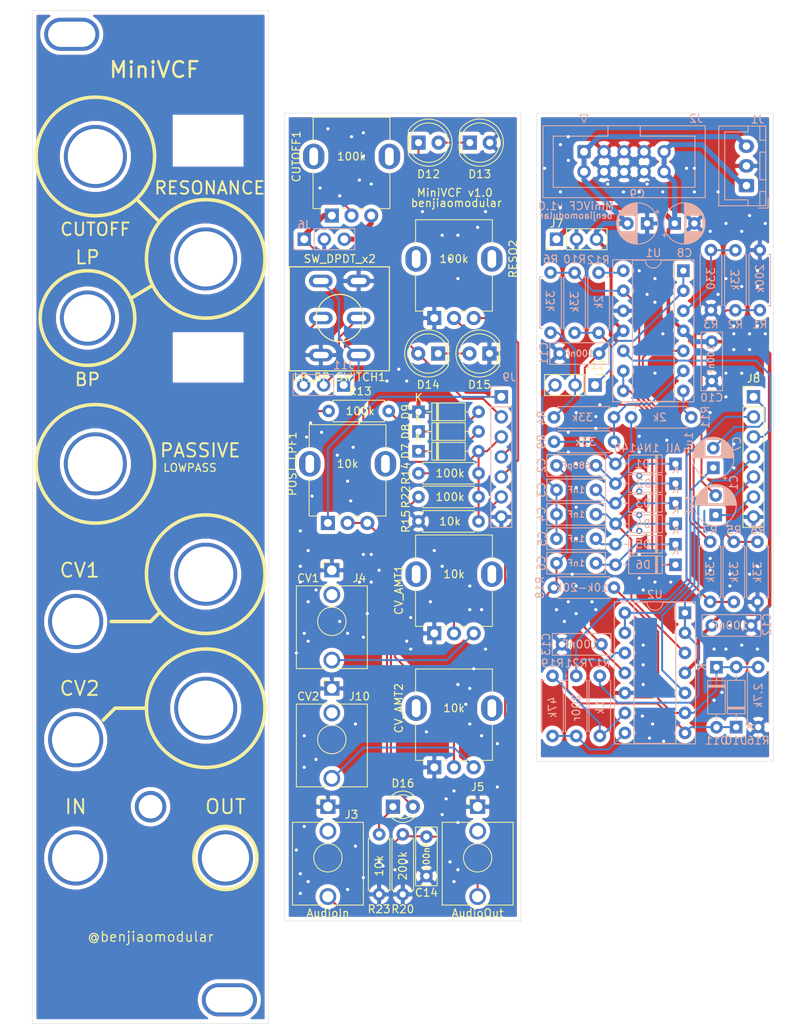
<source format=kicad_pcb>
(kicad_pcb (version 20171130) (host pcbnew 5.1.9+dfsg1-1~bpo10+1)
  (layers (0 F.Cu signal) (31 B.Cu signal) (34 B.Paste user) (35 F.Paste user) (36 B.SilkS user) (37 F.SilkS user) (38 B.Mask user) (39 F.Mask user) (44 Edge.Cuts user))
  (net 0 "")
  (net 1 "Net-(CUTOFF1-Pad2)")
  (net 2 "Net-(D12-Pad2)")
  (net 3 "Net-(D14-Pad1)")
  (net 4 GND1)
  (net 5 NEG12V_1)
  (net 6 POS12V_1)
  (net 7 A_5)
  (net 8 A_6)
  (net 9 "Net-(CV_AMT1-Pad2)")
  (net 10 "Net-(CV_AMT1-Pad3)")
  (net 11 "Net-(CV_AMT2-Pad2)")
  (net 12 "Net-(CV_AMT2-Pad3)")
  (net 13 A_7)
  (net 14 A_8)
  (net 15 A_9)
  (net 16 "Net-(C14-Pad2)")
  (net 17 A_CV_IN)
  (net 18 A_CLIPPING_LEDS)
  (net 19 A_AUDIO_IN)
  (net 20 A_AUDIO_OUT)
  (net 21 B_AUDIO_IN)
  (net 22 "Net-(C1-Pad2)")
  (net 23 "Net-(C2-Pad1)")
  (net 24 RESO_FEEDBACK)
  (net 25 B_9)
  (net 26 "Net-(C3-Pad1)")
  (net 27 "Net-(C4-Pad1)")
  (net 28 "Net-(C5-Pad1)")
  (net 29 "Net-(C6-Pad1)")
  (net 30 B_AUDIO_OUT)
  (net 31 "Net-(C7-Pad1)")
  (net 32 GND2)
  (net 33 +12V)
  (net 34 -12V)
  (net 35 "Net-(D1-Pad2)")
  (net 36 "Net-(D6-Pad1)")
  (net 37 "Net-(D7-Pad1)")
  (net 38 "Net-(D8-Pad1)")
  (net 39 "Net-(D10-Pad2)")
  (net 40 B_CLIPPING_LEDS)
  (net 41 B_CV_IN)
  (net 42 B_6)
  (net 43 B_5)
  (net 44 B_7)
  (net 45 B_8)
  (net 46 "Net-(R2-Pad1)")
  (net 47 "Net-(R4-Pad1)")
  (net 48 "Net-(R5-Pad1)")
  (net 49 "Net-(R5-Pad2)")
  (net 50 "Net-(R10-Pad1)")
  (net 51 "Net-(R11-Pad1)")
  (net 52 "Net-(R12-Pad1)")
  (net 53 "Net-(R17-Pad2)")
  (net 54 "Net-(R19-Pad2)")
  (net 55 "Net-(D16-Pad1)")
  (module benjiaomodular:ToggleSwitch_MTS-202_DPDT (layer F.Cu) (at 79 79 180)
    (fp_text reference LP_BP_SWITCH1 (at 0 -7.5) (layer F.SilkS))
    (fp_text value SW_DPDT_x2 (at 0 7.5) (layer F.SilkS))
    (pad 2 thru_hole oval (at -2.4 0 180) (size 3 1.6) (drill oval 2 0.8) (layers *.Cu *.Mask) (net 13 A_7))
    (pad 1 thru_hole oval (at -2.4 -4.7 180) (size 3 1.6) (drill oval 2 0.8) (layers *.Cu *.Mask) (net 14 A_8))
    (pad 3 thru_hole oval (at -2.4 4.7 180) (size 3 1.6) (drill oval 2 0.8) (layers *.Cu *.Mask) (net 4 GND1))
    (pad 5 thru_hole oval (at 2.4 0 180) (size 3 1.6) (drill oval 2 0.8) (layers *.Cu *.Mask) (net 15 A_9))
    (pad 4 thru_hole oval (at 2.4 -4.7 180) (size 3 1.6) (drill oval 2 0.8) (layers *.Cu *.Mask) (net 4 GND1))
    (pad 6 thru_hole oval (at 2.4 4.7 180) (size 3 1.6) (drill oval 2 0.8) (layers *.Cu *.Mask) (net 14 A_8))
  )
  (module benjiaomodular:Potentiometer_RV09 (layer F.Cu) (at 77.5 105 90)
    (fp_text reference POST_LPF1 (at 7.5 -4.5 90) (layer F.SilkS))
    (fp_text value 10k (at 7.5 2.5 180) (layer F.SilkS))
    (pad 1 thru_hole rect (at 0 0 180) (size 1.8 1.8) (drill 1) (layers *.Cu *.Mask) (net 20 A_AUDIO_OUT))
    (pad 3 thru_hole circle (at 0 5 180) (size 1.8 1.8) (drill 1) (layers *.Cu *.Mask) (net 16 "Net-(C14-Pad2)"))
    (pad 2 thru_hole circle (at 0 2.5 180) (size 1.8 1.8) (drill 1) (layers *.Cu *.Mask) (net 16 "Net-(C14-Pad2)"))
    (pad "" thru_hole oval (at 7.5 7.3 180) (size 2.72 3.24) (drill oval 1.1 2.3) (layers *.Cu *.Mask))
    (pad "" thru_hole oval (at 7.5 -2.3 180) (size 2.72 3.24) (drill oval 1.1 2.3) (layers *.Cu *.Mask))
  )
  (module benjiaomodular:Panel_6HP (layer F.Cu) (at 40 40)
    (fp_text reference REF**)
    (fp_text value Panel_6HP)
    (pad "" thru_hole oval (at 25 125.5) (size 7 4.2) (drill oval 6 3.2) (layers *.Cu *.Mask))
    (pad "" thru_hole oval (at 5 3) (size 7 4.2) (drill oval 6 3.2) (layers *.Cu *.Mask))
  )
  (module Package_DIP:DIP-14_W7.62mm_Socket (layer B.Cu) (at 122.8 116.4 180)
    (fp_text reference U2 (at 3.81 2.33) (layer B.SilkS) (effects (justify mirror)))
    (fp_text value TL074)
    (pad 1 thru_hole rect (at 0 0 180) (size 1.6 1.6) (drill 0.8) (layers *.Cu *.Mask) (net 43 B_5))
    (pad 8 thru_hole oval (at 7.62 -15.24 180) (size 1.6 1.6) (drill 0.8) (layers *.Cu *.Mask) (net 54 "Net-(R19-Pad2)"))
    (pad 2 thru_hole oval (at 0 -2.54 180) (size 1.6 1.6) (drill 0.8) (layers *.Cu *.Mask) (net 43 B_5))
    (pad 9 thru_hole oval (at 7.62 -12.7 180) (size 1.6 1.6) (drill 0.8) (layers *.Cu *.Mask) (net 53 "Net-(R17-Pad2)"))
    (pad 3 thru_hole oval (at 0 -5.08 180) (size 1.6 1.6) (drill 0.8) (layers *.Cu *.Mask) (net 27 "Net-(C4-Pad1)"))
    (pad 10 thru_hole oval (at 7.62 -10.16 180) (size 1.6 1.6) (drill 0.8) (layers *.Cu *.Mask) (net 32 GND2))
    (pad 4 thru_hole oval (at 0 -7.62 180) (size 1.6 1.6) (drill 0.8) (layers *.Cu *.Mask) (net 33 +12V))
    (pad 11 thru_hole oval (at 7.62 -7.62 180) (size 1.6 1.6) (drill 0.8) (layers *.Cu *.Mask) (net 34 -12V))
    (pad 5 thru_hole oval (at 0 -10.16 180) (size 1.6 1.6) (drill 0.8) (layers *.Cu *.Mask) (net 42 B_6))
    (pad 12 thru_hole oval (at 7.62 -5.08 180) (size 1.6 1.6) (drill 0.8) (layers *.Cu *.Mask) (net 40 B_CLIPPING_LEDS))
    (pad 6 thru_hole oval (at 0 -12.7 180) (size 1.6 1.6) (drill 0.8) (layers *.Cu *.Mask) (net 39 "Net-(D10-Pad2)"))
    (pad 13 thru_hole oval (at 7.62 -2.54 180) (size 1.6 1.6) (drill 0.8) (layers *.Cu *.Mask) (net 31 "Net-(C7-Pad1)"))
    (pad 7 thru_hole oval (at 0 -15.24 180) (size 1.6 1.6) (drill 0.8) (layers *.Cu *.Mask) (net 24 RESO_FEEDBACK))
    (pad 14 thru_hole oval (at 7.62 0 180) (size 1.6 1.6) (drill 0.8) (layers *.Cu *.Mask) (net 31 "Net-(C7-Pad1)"))
  )
  (module Diode_THT:D_DO-35_SOD27_P7.62mm_Horizontal (layer B.Cu) (at 126.8 123.3 270)
    (fp_text reference D11 (at 9.3 0 180) (layer B.SilkS) (effects (justify mirror)))
    (fp_text value 1N4148)
    (fp_text user K (at 0 1.8 90) (layer B.SilkS) (effects (justify mirror)))
    (pad 1 thru_hole rect (at 0 0 270) (size 1.6 1.6) (drill 0.8) (layers *.Cu *.Mask) (net 39 "Net-(D10-Pad2)"))
    (pad 2 thru_hole oval (at 7.62 0 270) (size 1.6 1.6) (drill 0.8) (layers *.Cu *.Mask) (net 24 RESO_FEEDBACK))
  )
  (module benjiaomodular:Capacitor_Radial_D5.0mm_P2.5mm (layer B.Cu) (at 126.7 104 90)
    (fp_text reference C1 (at 4.1 2.3 90) (layer B.SilkS) (effects (justify mirror)))
    (fp_text value 1uF (at 1.2 -3.3 90) (layer B.SilkS) (effects (justify mirror)))
    (pad 1 thru_hole rect (at 0 0 90) (size 1.6 1.6) (drill 0.8) (layers *.Cu *.Mask) (net 21 B_AUDIO_IN))
    (pad 2 thru_hole circle (at 2.5 0 90) (size 1.6 1.6) (drill 0.8) (layers *.Cu *.Mask) (net 22 "Net-(C1-Pad2)"))
  )
  (module benjiaomodular:PanelHole_ToggleSwitch_MTS-101 (layer F.Cu) (at 47 79 180)
    (fp_text reference REF** hide)
    (fp_text value PanelHole_ToggleSwitch_MTS-101 hide)
    (pad "" thru_hole circle (at 0 0 90) (size 7 7) (drill 6) (layers *.Cu *.Mask))
  )
  (module benjiaomodular:PanelHole_Potentiometer_RV09 (layer F.Cu) (at 45.5 105 90)
    (fp_text reference REF** hide)
    (fp_text value PanelHole_Potentiometer_RV09 hide)
    (pad "" thru_hole circle (at 7.5 2.5 180) (size 8 8) (drill 7) (layers *.Cu *.Mask))
  )
  (module benjiaomodular:PanelHole_Potentiometer_RV09 (layer F.Cu) (at 59.5 79 90)
    (fp_text reference REF** hide)
    (fp_text value PanelHole_Potentiometer_RV09 hide)
    (pad "" thru_hole circle (at 7.5 2.5 180) (size 8 8) (drill 7) (layers *.Cu *.Mask))
  )
  (module benjiaomodular:PanelHole_Potentiometer_RV09 (layer F.Cu) (at 45.5 66 90)
    (fp_text reference REF** hide)
    (fp_text value PanelHole_Potentiometer_RV09 hide)
    (pad "" thru_hole circle (at 7.5 2.5 180) (size 8 8) (drill 7) (layers *.Cu *.Mask))
  )
  (module benjiaomodular:PanelHole_Potentiometer_RV09 (layer F.Cu) (at 59.5 119 90)
    (fp_text reference REF** hide)
    (fp_text value PanelHole_Potentiometer_RV09 hide)
    (pad "" thru_hole circle (at 7.5 2.5 180) (size 8 8) (drill 7) (layers *.Cu *.Mask))
  )
  (module benjiaomodular:PanelHole_Potentiometer_RV09 (layer F.Cu) (at 59.5 136 90)
    (fp_text reference REF** hide)
    (fp_text value PanelHole_Potentiometer_RV09 hide)
    (pad "" thru_hole circle (at 7.5 2.5 180) (size 8 8) (drill 7) (layers *.Cu *.Mask))
  )
  (module benjiaomodular:PanelHole_AudioJack_3.5mm (layer F.Cu) (at 45.5 111)
    (fp_text reference REF** hide)
    (fp_text value PanelHole_AudioJack_3.5mm hide)
    (pad "" thru_hole circle (at 0 6.5 180) (size 7 7) (drill 6) (layers *.Cu *.Mask))
  )
  (module benjiaomodular:PanelHole_AudioJack_3.5mm (layer F.Cu) (at 45.5 126)
    (fp_text reference REF** hide)
    (fp_text value PanelHole_AudioJack_3.5mm hide)
    (pad "" thru_hole circle (at 0 6.5 180) (size 7 7) (drill 6) (layers *.Cu *.Mask))
  )
  (module benjiaomodular:PanelHole_AudioJack_3.5mm (layer F.Cu) (at 45.5 141)
    (fp_text reference REF** hide)
    (fp_text value PanelHole_AudioJack_3.5mm hide)
    (pad "" thru_hole circle (at 0 6.5 180) (size 7 7) (drill 6) (layers *.Cu *.Mask))
  )
  (module benjiaomodular:PanelHole_AudioJack_3.5mm (layer F.Cu) (at 64.5 141)
    (fp_text reference REF** hide)
    (fp_text value PanelHole_AudioJack_3.5mm hide)
    (pad "" thru_hole circle (at 0 6.5 180) (size 7 7) (drill 6) (layers *.Cu *.Mask))
  )
  (module benjiaomodular:Capacitor_Radial_D5.0mm_P2.5mm (layer B.Cu) (at 126.4 98 90)
    (fp_text reference C7 (at 3 3 90) (layer B.SilkS) (effects (justify mirror)))
    (fp_text value 1uF (at 3.2 -3.1 90) (layer B.SilkS) (effects (justify mirror)))
    (pad 2 thru_hole circle (at 2.5 0 90) (size 1.6 1.6) (drill 0.8) (layers *.Cu *.Mask) (net 30 B_AUDIO_OUT))
    (pad 1 thru_hole rect (at 0 0 90) (size 1.6 1.6) (drill 0.8) (layers *.Cu *.Mask) (net 31 "Net-(C7-Pad1)"))
  )
  (module Capacitor_THT:C_Rect_L7.2mm_W2.5mm_P5.00mm_FKS2_FKP2_MKS2_MKP2 (layer B.Cu) (at 126.2 82 270)
    (fp_text reference C10 (at 7.1 0) (layer B.SilkS) (effects (justify mirror)))
    (fp_text value 100nF (at 2.3 0.1 90) (layer B.SilkS) (effects (font (size 0.8 0.8)) (justify mirror)))
    (pad 1 thru_hole circle (at 0 0 270) (size 1.6 1.6) (drill 0.8) (layers *.Cu *.Mask) (net 33 +12V))
    (pad 2 thru_hole circle (at 5 0 270) (size 1.6 1.6) (drill 0.8) (layers *.Cu *.Mask) (net 32 GND2))
  )
  (module Capacitor_THT:C_Rect_L7.2mm_W2.5mm_P5.00mm_FKS2_FKP2_MKS2_MKP2 (layer B.Cu) (at 106.9 83.5)
    (fp_text reference C11 (at -2 0 90) (layer B.SilkS) (effects (justify mirror)))
    (fp_text value 100nF (at 2.5 0) (layer B.SilkS) (effects (font (size 0.8 0.8)) (justify mirror)))
    (pad 2 thru_hole circle (at 5 0) (size 1.6 1.6) (drill 0.8) (layers *.Cu *.Mask) (net 34 -12V))
    (pad 1 thru_hole circle (at 0 0) (size 1.6 1.6) (drill 0.8) (layers *.Cu *.Mask) (net 32 GND2))
  )
  (module benjiaomodular:Capacitor_Rect_L7.2mm_W2.5mm_P5.00mm (layer F.Cu) (at 90 149.8 90)
    (fp_text reference C14 (at -2.1 0 180) (layer F.SilkS))
    (fp_text value 100nF (at 2.5 0 90) (layer F.SilkS) (effects (font (size 0.8 0.8))))
    (pad 2 thru_hole circle (at 5 0 90) (size 1.6 1.6) (drill 0.8) (layers *.Cu *.Mask) (net 16 "Net-(C14-Pad2)"))
    (pad 1 thru_hole circle (at 0 0 90) (size 1.6 1.6) (drill 0.8) (layers *.Cu *.Mask) (net 4 GND1))
  )
  (module Diode_THT:D_DO-35_SOD27_P7.62mm_Horizontal (layer F.Cu) (at 89 95.9)
    (fp_text reference D7 (at -1.6 0 90) (layer F.SilkS))
    (fp_text value 1N4148)
    (fp_text user K (at 0 -1.8) (layer F.SilkS))
    (pad 2 thru_hole oval (at 7.62 0) (size 1.6 1.6) (drill 0.8) (layers *.Cu *.Mask) (net 17 A_CV_IN))
    (pad 1 thru_hole rect (at 0 0) (size 1.6 1.6) (drill 0.8) (layers *.Cu *.Mask) (net 37 "Net-(D7-Pad1)"))
  )
  (module Diode_THT:D_DO-35_SOD27_P7.62mm_Horizontal (layer F.Cu) (at 89 93.4)
    (fp_text reference D8 (at -1.6 0 90) (layer F.SilkS))
    (fp_text value 1N4148)
    (fp_text user K (at 0 -1.8) (layer F.SilkS))
    (pad 1 thru_hole rect (at 0 0) (size 1.6 1.6) (drill 0.8) (layers *.Cu *.Mask) (net 38 "Net-(D8-Pad1)"))
    (pad 2 thru_hole oval (at 7.62 0) (size 1.6 1.6) (drill 0.8) (layers *.Cu *.Mask) (net 37 "Net-(D7-Pad1)"))
  )
  (module Diode_THT:D_DO-35_SOD27_P7.62mm_Horizontal (layer F.Cu) (at 89 90.9)
    (fp_text reference D9 (at -1.6 0 270) (layer F.SilkS))
    (fp_text value 1N4148)
    (fp_text user K (at 0 -1.8) (layer F.SilkS))
    (pad 2 thru_hole oval (at 7.62 0) (size 1.6 1.6) (drill 0.8) (layers *.Cu *.Mask) (net 38 "Net-(D8-Pad1)"))
    (pad 1 thru_hole rect (at 0 0) (size 1.6 1.6) (drill 0.8) (layers *.Cu *.Mask) (net 4 GND1))
  )
  (module benjiaomodular:Resistor_L6.3mm_D2.5mm_P7.62mm_Horizontal (layer B.Cu) (at 132.3 78 90)
    (fp_text reference R1 (at -1.8 0) (layer B.SilkS) (effects (justify mirror)))
    (fp_text value 200k (at 4 0 270) (layer B.SilkS) (effects (justify mirror)))
    (pad 1 thru_hole circle (at 0 0 90) (size 1.6 1.6) (drill 0.8) (layers *.Cu *.Mask) (net 22 "Net-(C1-Pad2)"))
    (pad 2 thru_hole oval (at 7.62 0 90) (size 1.6 1.6) (drill 0.8) (layers *.Cu *.Mask) (net 32 GND2))
  )
  (module benjiaomodular:Resistor_L6.3mm_D2.5mm_P7.62mm_Horizontal (layer B.Cu) (at 129.2 70.4 270)
    (fp_text reference R2 (at 9.4 0) (layer B.SilkS) (effects (justify mirror)))
    (fp_text value 33k (at 3.768 0 270) (layer B.SilkS) (effects (justify mirror)))
    (pad 2 thru_hole oval (at 7.62 0 270) (size 1.6 1.6) (drill 0.8) (layers *.Cu *.Mask) (net 22 "Net-(C1-Pad2)"))
    (pad 1 thru_hole circle (at 0 0 270) (size 1.6 1.6) (drill 0.8) (layers *.Cu *.Mask) (net 46 "Net-(R2-Pad1)"))
  )
  (module benjiaomodular:Resistor_L6.3mm_D2.5mm_P7.62mm_Horizontal (layer B.Cu) (at 126.1 78 90)
    (fp_text reference R3 (at -1.8 0) (layer B.SilkS) (effects (justify mirror)))
    (fp_text value 330 (at 4 0 270) (layer B.SilkS) (effects (justify mirror)))
    (pad 2 thru_hole oval (at 7.62 0 90) (size 1.6 1.6) (drill 0.8) (layers *.Cu *.Mask) (net 46 "Net-(R2-Pad1)"))
    (pad 1 thru_hole circle (at 0 0 90) (size 1.6 1.6) (drill 0.8) (layers *.Cu *.Mask) (net 32 GND2))
  )
  (module benjiaomodular:Resistor_L6.3mm_D2.5mm_P7.62mm_Horizontal (layer B.Cu) (at 105.75 80.85 90)
    (fp_text reference R6 (at 9.3 0) (layer B.SilkS) (effects (justify mirror)))
    (fp_text value 33k (at 4 0 90) (layer B.SilkS) (effects (justify mirror)))
    (pad 2 thru_hole oval (at 7.62 0 90) (size 1.6 1.6) (drill 0.8) (layers *.Cu *.Mask) (net 50 "Net-(R10-Pad1)"))
    (pad 1 thru_hole circle (at 0 0 90) (size 1.6 1.6) (drill 0.8) (layers *.Cu *.Mask) (net 44 B_7))
  )
  (module benjiaomodular:Resistor_L6.3mm_D2.5mm_P7.62mm_Horizontal (layer B.Cu) (at 108.8 73.25 270)
    (fp_text reference R10 (at -1.7 0) (layer B.SilkS) (effects (justify mirror)))
    (fp_text value 33k (at 3.712 0 90) (layer B.SilkS) (effects (justify mirror)))
    (pad 2 thru_hole oval (at 7.62 0 270) (size 1.6 1.6) (drill 0.8) (layers *.Cu *.Mask) (net 36 "Net-(D6-Pad1)"))
    (pad 1 thru_hole circle (at 0 0 270) (size 1.6 1.6) (drill 0.8) (layers *.Cu *.Mask) (net 50 "Net-(R10-Pad1)"))
  )
  (module benjiaomodular:Resistor_L6.3mm_D2.5mm_P7.62mm_Horizontal (layer B.Cu) (at 111.85 73.25 270)
    (fp_text reference R12 (at -1.6 0.05 180) (layer B.SilkS) (effects (justify mirror)))
    (fp_text value 2k (at 3.712 0 90) (layer B.SilkS) (effects (justify mirror)))
    (pad 1 thru_hole circle (at 0 0 270) (size 1.6 1.6) (drill 0.8) (layers *.Cu *.Mask) (net 52 "Net-(R12-Pad1)"))
    (pad 2 thru_hole oval (at 7.62 0 270) (size 1.6 1.6) (drill 0.8) (layers *.Cu *.Mask) (net 36 "Net-(D6-Pad1)"))
  )
  (module benjiaomodular:Resistor_L6.3mm_D2.5mm_P7.62mm_Horizontal (layer F.Cu) (at 77.6 90.8)
    (fp_text reference R13 (at 4 -2.5) (layer F.SilkS))
    (fp_text value 100k (at 4 0) (layer F.SilkS))
    (pad 2 thru_hole oval (at 7.62 0) (size 1.6 1.6) (drill 0.8) (layers *.Cu *.Mask) (net 17 A_CV_IN))
    (pad 1 thru_hole circle (at 0 0) (size 1.6 1.6) (drill 0.8) (layers *.Cu *.Mask) (net 1 "Net-(CUTOFF1-Pad2)"))
  )
  (module benjiaomodular:Resistor_L6.3mm_D2.5mm_P7.62mm_Horizontal (layer F.Cu) (at 89 98.7)
    (fp_text reference R14 (at -1.6 0 90) (layer F.SilkS))
    (fp_text value 100k (at 4 0) (layer F.SilkS))
    (pad 1 thru_hole circle (at 0 0) (size 1.6 1.6) (drill 0.8) (layers *.Cu *.Mask) (net 9 "Net-(CV_AMT1-Pad2)"))
    (pad 2 thru_hole oval (at 7.62 0) (size 1.6 1.6) (drill 0.8) (layers *.Cu *.Mask) (net 17 A_CV_IN))
  )
  (module benjiaomodular:Resistor_L6.3mm_D2.5mm_P7.62mm_Horizontal (layer F.Cu) (at 89 104.8)
    (fp_text reference R15 (at -1.6 0 270) (layer F.SilkS))
    (fp_text value 10k (at 4 0) (layer F.SilkS))
    (pad 2 thru_hole oval (at 7.62 0) (size 1.6 1.6) (drill 0.8) (layers *.Cu *.Mask) (net 17 A_CV_IN))
    (pad 1 thru_hole circle (at 0 0) (size 1.6 1.6) (drill 0.8) (layers *.Cu *.Mask) (net 4 GND1))
  )
  (module benjiaomodular:Resistor_L6.3mm_D2.5mm_P7.62mm_Horizontal (layer F.Cu) (at 87 144.5 270)
    (fp_text reference R20 (at 9.5 0 180) (layer F.SilkS))
    (fp_text value 200k (at 4 0 90) (layer F.SilkS))
    (pad 2 thru_hole oval (at 7.62 0 270) (size 1.6 1.6) (drill 0.8) (layers *.Cu *.Mask) (net 4 GND1))
    (pad 1 thru_hole circle (at 0 0 270) (size 1.6 1.6) (drill 0.8) (layers *.Cu *.Mask) (net 16 "Net-(C14-Pad2)"))
  )
  (module benjiaomodular:Resistor_L6.3mm_D2.5mm_P7.62mm_Horizontal (layer F.Cu) (at 89 101.7)
    (fp_text reference R22 (at -1.6 0 90) (layer F.SilkS))
    (fp_text value 100k (at 4 0) (layer F.SilkS))
    (pad 2 thru_hole oval (at 7.62 0) (size 1.6 1.6) (drill 0.8) (layers *.Cu *.Mask) (net 17 A_CV_IN))
    (pad 1 thru_hole circle (at 0 0) (size 1.6 1.6) (drill 0.8) (layers *.Cu *.Mask) (net 11 "Net-(CV_AMT2-Pad2)"))
  )
  (module Package_DIP:DIP-14_W7.62mm_Socket (layer B.Cu) (at 122.6 73 180)
    (fp_text reference U1 (at 3.81 2.25) (layer B.SilkS) (effects (justify mirror)))
    (fp_text value TL074)
    (pad 14 thru_hole oval (at 7.62 0 180) (size 1.6 1.6) (drill 0.8) (layers *.Cu *.Mask) (net 52 "Net-(R12-Pad1)"))
    (pad 7 thru_hole oval (at 0 -15.24 180) (size 1.6 1.6) (drill 0.8) (layers *.Cu *.Mask) (net 51 "Net-(R11-Pad1)"))
    (pad 13 thru_hole oval (at 7.62 -2.54 180) (size 1.6 1.6) (drill 0.8) (layers *.Cu *.Mask) (net 50 "Net-(R10-Pad1)"))
    (pad 6 thru_hole oval (at 0 -12.7 180) (size 1.6 1.6) (drill 0.8) (layers *.Cu *.Mask) (net 47 "Net-(R4-Pad1)"))
    (pad 12 thru_hole oval (at 7.62 -5.08 180) (size 1.6 1.6) (drill 0.8) (layers *.Cu *.Mask) (net 32 GND2))
    (pad 5 thru_hole oval (at 0 -10.16 180) (size 1.6 1.6) (drill 0.8) (layers *.Cu *.Mask) (net 48 "Net-(R5-Pad1)"))
    (pad 11 thru_hole oval (at 7.62 -7.62 180) (size 1.6 1.6) (drill 0.8) (layers *.Cu *.Mask) (net 34 -12V))
    (pad 4 thru_hole oval (at 0 -7.62 180) (size 1.6 1.6) (drill 0.8) (layers *.Cu *.Mask) (net 33 +12V))
    (pad 10 thru_hole oval (at 7.62 -10.16 180) (size 1.6 1.6) (drill 0.8) (layers *.Cu *.Mask) (net 41 B_CV_IN))
    (pad 3 thru_hole oval (at 0 -5.08 180) (size 1.6 1.6) (drill 0.8) (layers *.Cu *.Mask) (net 46 "Net-(R2-Pad1)"))
    (pad 9 thru_hole oval (at 7.62 -12.7 180) (size 1.6 1.6) (drill 0.8) (layers *.Cu *.Mask) (net 49 "Net-(R5-Pad2)"))
    (pad 2 thru_hole oval (at 0 -2.54 180) (size 1.6 1.6) (drill 0.8) (layers *.Cu *.Mask) (net 45 B_8))
    (pad 8 thru_hole oval (at 7.62 -15.24 180) (size 1.6 1.6) (drill 0.8) (layers *.Cu *.Mask) (net 49 "Net-(R5-Pad2)"))
    (pad 1 thru_hole rect (at 0 0 180) (size 1.6 1.6) (drill 0.8) (layers *.Cu *.Mask) (net 45 B_8))
  )
  (module benjiaomodular:Resistor_L6.3mm_D2.5mm_P7.62mm_Horizontal (layer F.Cu) (at 84 144.5 270)
    (fp_text reference R23 (at 9.5 0 180) (layer F.SilkS))
    (fp_text value 10k (at 4 0 90) (layer F.SilkS))
    (pad 2 thru_hole oval (at 7.62 0 270) (size 1.6 1.6) (drill 0.8) (layers *.Cu *.Mask) (net 4 GND1))
    (pad 1 thru_hole circle (at 0 0 270) (size 1.6 1.6) (drill 0.8) (layers *.Cu *.Mask) (net 55 "Net-(D16-Pad1)"))
  )
  (module Capacitor_THT:CP_Radial_D5.0mm_P2.50mm (layer B.Cu) (at 121.5 67)
    (fp_text reference C8 (at 1.25 3.75) (layer B.SilkS) (effects (justify mirror)))
    (fp_text value 100uF)
    (pad 2 thru_hole circle (at 2.5 0) (size 1.6 1.6) (drill 0.8) (layers *.Cu *.Mask) (net 32 GND2))
    (pad 1 thru_hole rect (at 0 0) (size 1.6 1.6) (drill 0.8) (layers *.Cu *.Mask) (net 33 +12V))
  )
  (module Capacitor_THT:CP_Radial_D5.0mm_P2.50mm (layer B.Cu) (at 118 67 180)
    (fp_text reference C9 (at 1.25 3.75) (layer B.SilkS) (effects (justify mirror)))
    (fp_text value 100uF)
    (pad 1 thru_hole rect (at 0 0 180) (size 1.6 1.6) (drill 0.8) (layers *.Cu *.Mask) (net 32 GND2))
    (pad 2 thru_hole circle (at 2.5 0 180) (size 1.6 1.6) (drill 0.8) (layers *.Cu *.Mask) (net 34 -12V))
  )
  (module benjiaomodular:Potentiometer_RV09 (layer F.Cu) (at 78 66 90)
    (fp_text reference CUTOFF1 (at 7.5 -4.5 90) (layer F.SilkS))
    (fp_text value 100k (at 7.5 2.5 180) (layer F.SilkS))
    (pad 1 thru_hole rect (at 0 0 180) (size 1.8 1.8) (drill 1) (layers *.Cu *.Mask) (net 6 POS12V_1))
    (pad 3 thru_hole circle (at 0 5 180) (size 1.8 1.8) (drill 1) (layers *.Cu *.Mask) (net 5 NEG12V_1))
    (pad 2 thru_hole circle (at 0 2.5 180) (size 1.8 1.8) (drill 1) (layers *.Cu *.Mask) (net 1 "Net-(CUTOFF1-Pad2)"))
    (pad "" thru_hole oval (at 7.5 7.3 180) (size 2.72 3.24) (drill oval 1.1 2.3) (layers *.Cu *.Mask))
    (pad "" thru_hole oval (at 7.5 -2.3 180) (size 2.72 3.24) (drill oval 1.1 2.3) (layers *.Cu *.Mask))
  )
  (module benjiaomodular:Potentiometer_RV09 (layer F.Cu) (at 91 119 90)
    (fp_text reference CV_AMT1 (at 5.5 -4.5 90) (layer F.SilkS))
    (fp_text value 10k (at 7.5 2.5 180) (layer F.SilkS))
    (pad "" thru_hole oval (at 7.5 -2.3 180) (size 2.72 3.24) (drill oval 1.1 2.3) (layers *.Cu *.Mask))
    (pad "" thru_hole oval (at 7.5 7.3 180) (size 2.72 3.24) (drill oval 1.1 2.3) (layers *.Cu *.Mask))
    (pad 2 thru_hole circle (at 0 2.5 180) (size 1.8 1.8) (drill 1) (layers *.Cu *.Mask) (net 9 "Net-(CV_AMT1-Pad2)"))
    (pad 3 thru_hole circle (at 0 5 180) (size 1.8 1.8) (drill 1) (layers *.Cu *.Mask) (net 10 "Net-(CV_AMT1-Pad3)"))
    (pad 1 thru_hole rect (at 0 0 180) (size 1.8 1.8) (drill 1) (layers *.Cu *.Mask) (net 4 GND1))
  )
  (module benjiaomodular:Potentiometer_RV09 (layer F.Cu) (at 91 136 90)
    (fp_text reference CV_AMT2 (at 7.5 -4.5 90) (layer F.SilkS))
    (fp_text value 10k (at 7.5 2.5 180) (layer F.SilkS))
    (pad 1 thru_hole rect (at 0 0 180) (size 1.8 1.8) (drill 1) (layers *.Cu *.Mask) (net 4 GND1))
    (pad 3 thru_hole circle (at 0 5 180) (size 1.8 1.8) (drill 1) (layers *.Cu *.Mask) (net 12 "Net-(CV_AMT2-Pad3)"))
    (pad 2 thru_hole circle (at 0 2.5 180) (size 1.8 1.8) (drill 1) (layers *.Cu *.Mask) (net 11 "Net-(CV_AMT2-Pad2)"))
    (pad "" thru_hole oval (at 7.5 7.3 180) (size 2.72 3.24) (drill oval 1.1 2.3) (layers *.Cu *.Mask))
    (pad "" thru_hole oval (at 7.5 -2.3 180) (size 2.72 3.24) (drill oval 1.1 2.3) (layers *.Cu *.Mask))
  )
  (module LED_THT:LED_D5.0mm (layer F.Cu) (at 89 56.75)
    (fp_text reference D12 (at 1.27 4) (layer F.SilkS))
    (fp_text value LED)
    (pad 2 thru_hole circle (at 2.54 0) (size 1.8 1.8) (drill 0.9) (layers *.Cu *.Mask) (net 2 "Net-(D12-Pad2)"))
    (pad 1 thru_hole rect (at 0 0) (size 1.8 1.8) (drill 0.9) (layers *.Cu *.Mask) (net 18 A_CLIPPING_LEDS))
  )
  (module LED_THT:LED_D5.0mm (layer F.Cu) (at 95.5 56.75)
    (fp_text reference D13 (at 1.27 4) (layer F.SilkS))
    (fp_text value LED)
    (pad 1 thru_hole rect (at 0 0) (size 1.8 1.8) (drill 0.9) (layers *.Cu *.Mask) (net 2 "Net-(D12-Pad2)"))
    (pad 2 thru_hole circle (at 2.54 0) (size 1.8 1.8) (drill 0.9) (layers *.Cu *.Mask) (net 4 GND1))
  )
  (module LED_THT:LED_D5.0mm (layer F.Cu) (at 91.5 83.5 180)
    (fp_text reference D14 (at 1.27 -3.96) (layer F.SilkS))
    (fp_text value LED)
    (pad 2 thru_hole circle (at 2.54 0 180) (size 1.8 1.8) (drill 0.9) (layers *.Cu *.Mask) (net 18 A_CLIPPING_LEDS))
    (pad 1 thru_hole rect (at 0 0 180) (size 1.8 1.8) (drill 0.9) (layers *.Cu *.Mask) (net 3 "Net-(D14-Pad1)"))
  )
  (module LED_THT:LED_D5.0mm (layer F.Cu) (at 98 83.5 180)
    (fp_text reference D15 (at 1.27 -3.96) (layer F.SilkS))
    (fp_text value LED)
    (pad 1 thru_hole rect (at 0 0 180) (size 1.8 1.8) (drill 0.9) (layers *.Cu *.Mask) (net 4 GND1))
    (pad 2 thru_hole circle (at 2.54 0 180) (size 1.8 1.8) (drill 0.9) (layers *.Cu *.Mask) (net 3 "Net-(D14-Pad1)"))
  )
  (module LED_THT:LED_D3.0mm (layer F.Cu) (at 85.75 141)
    (fp_text reference D16 (at 1.27 -2.96) (layer F.SilkS))
    (fp_text value LED)
    (pad 1 thru_hole rect (at 0 0) (size 1.8 1.8) (drill 0.9) (layers *.Cu *.Mask) (net 55 "Net-(D16-Pad1)"))
    (pad 2 thru_hole circle (at 2.54 0) (size 1.8 1.8) (drill 0.9) (layers *.Cu *.Mask) (net 6 POS12V_1))
  )
  (module Connector_JST:JST_XH_B3B-XH-A_1x03_P2.50mm_Vertical (layer B.Cu) (at 130.6 62.2 90)
    (fp_text reference J1 (at 8.4 1.4) (layer B.SilkS) (effects (justify mirror)))
    (fp_text value JST_BUS)
    (pad 1 thru_hole roundrect (at 0 0 90) (size 1.7 1.95) (drill 0.95) (layers *.Cu *.Mask) (roundrect_rratio 0.1470588235294118) (net 33 +12V))
    (pad 2 thru_hole oval (at 2.5 0 90) (size 1.7 1.95) (drill 0.95) (layers *.Cu *.Mask) (net 32 GND2))
    (pad 3 thru_hole oval (at 5 0 90) (size 1.7 1.95) (drill 0.95) (layers *.Cu *.Mask) (net 34 -12V))
  )
  (module Connector_IDC:IDC-Header_2x05_P2.54mm_Vertical (layer B.Cu) (at 110 57.9 270)
    (fp_text reference J2 (at -4.2 -14.2) (layer B.SilkS) (effects (justify mirror)))
    (fp_text value IDC_BUS)
    (pad 1 thru_hole roundrect (at 0 0 270) (size 1.7 1.7) (drill 1) (layers *.Cu *.Mask) (roundrect_rratio 0.1470588235294118) (net 34 -12V))
    (pad 3 thru_hole circle (at 0 -2.54 270) (size 1.7 1.7) (drill 1) (layers *.Cu *.Mask) (net 32 GND2))
    (pad 5 thru_hole circle (at 0 -5.08 270) (size 1.7 1.7) (drill 1) (layers *.Cu *.Mask) (net 32 GND2))
    (pad 7 thru_hole circle (at 0 -7.62 270) (size 1.7 1.7) (drill 1) (layers *.Cu *.Mask) (net 32 GND2))
    (pad 9 thru_hole circle (at 0 -10.16 270) (size 1.7 1.7) (drill 1) (layers *.Cu *.Mask) (net 33 +12V))
    (pad 2 thru_hole circle (at 2.54 0 270) (size 1.7 1.7) (drill 1) (layers *.Cu *.Mask) (net 34 -12V))
    (pad 4 thru_hole circle (at 2.54 -2.54 270) (size 1.7 1.7) (drill 1) (layers *.Cu *.Mask) (net 32 GND2))
    (pad 6 thru_hole circle (at 2.54 -5.08 270) (size 1.7 1.7) (drill 1) (layers *.Cu *.Mask) (net 32 GND2))
    (pad 8 thru_hole circle (at 2.54 -7.62 270) (size 1.7 1.7) (drill 1) (layers *.Cu *.Mask) (net 32 GND2))
    (pad 10 thru_hole circle (at 2.54 -10.16 270) (size 1.7 1.7) (drill 1) (layers *.Cu *.Mask) (net 33 +12V))
  )
  (module benjiaomodular:AudioJack_3.5mm (layer F.Cu) (at 77.5 141)
    (fp_text reference J3 (at 3 1) (layer F.SilkS))
    (fp_text value AudioIn (at 0 13.5) (layer F.SilkS))
    (pad T thru_hole circle (at 0 11.4 180) (size 2.13 2.13) (drill 1.43) (layers *.Cu *.Mask) (net 19 A_AUDIO_IN))
    (pad TN thru_hole circle (at 0 3.1 180) (size 2.13 2.13) (drill 1.42) (layers *.Cu *.Mask))
    (pad S thru_hole rect (at 0 0 180) (size 1.93 1.83) (drill 1.22) (layers *.Cu *.Mask) (net 4 GND1))
  )
  (module benjiaomodular:AudioJack_3.5mm (layer F.Cu) (at 78 111)
    (fp_text reference J4 (at 3.5 1) (layer F.SilkS))
    (fp_text value CV1 (at -3 1) (layer F.SilkS))
    (pad T thru_hole circle (at 0 11.4 180) (size 2.13 2.13) (drill 1.43) (layers *.Cu *.Mask) (net 10 "Net-(CV_AMT1-Pad3)"))
    (pad TN thru_hole circle (at 0 3.1 180) (size 2.13 2.13) (drill 1.42) (layers *.Cu *.Mask))
    (pad S thru_hole rect (at 0 0 180) (size 1.93 1.83) (drill 1.22) (layers *.Cu *.Mask) (net 4 GND1))
  )
  (module benjiaomodular:AudioJack_3.5mm (layer F.Cu) (at 96.5 141)
    (fp_text reference J5 (at 0 -2.5) (layer F.SilkS))
    (fp_text value AudioOut (at 0 13.5) (layer F.SilkS))
    (pad S thru_hole rect (at 0 0 180) (size 1.93 1.83) (drill 1.22) (layers *.Cu *.Mask) (net 4 GND1))
    (pad TN thru_hole circle (at 0 3.1 180) (size 2.13 2.13) (drill 1.42) (layers *.Cu *.Mask))
    (pad T thru_hole circle (at 0 11.4 180) (size 2.13 2.13) (drill 1.43) (layers *.Cu *.Mask) (net 16 "Net-(C14-Pad2)"))
  )
  (module Connector_PinSocket_2.54mm:PinSocket_1x03_P2.54mm_Vertical (layer B.Cu) (at 74.5 69 270)
    (fp_text reference J6 (at -1.8 0) (layer B.SilkS) (effects (justify mirror)))
    (fp_text value CONN_PWR1)
    (pad 1 thru_hole rect (at 0 0 270) (size 1.7 1.7) (drill 1) (layers *.Cu *.Mask) (net 6 POS12V_1))
    (pad 2 thru_hole oval (at 0 -2.54 270) (size 1.7 1.7) (drill 1) (layers *.Cu *.Mask) (net 4 GND1))
    (pad 3 thru_hole oval (at 0 -5.08 270) (size 1.7 1.7) (drill 1) (layers *.Cu *.Mask) (net 5 NEG12V_1))
  )
  (module Connector_PinHeader_2.54mm:PinHeader_1x03_P2.54mm_Vertical (layer F.Cu) (at 106.5 69 90)
    (fp_text reference J7 (at 2 0 180) (layer F.SilkS))
    (fp_text value CONN_PWR2)
    (pad 3 thru_hole oval (at 0 5.08 90) (size 1.7 1.7) (drill 1) (layers *.Cu *.Mask) (net 34 -12V))
    (pad 2 thru_hole oval (at 0 2.54 90) (size 1.7 1.7) (drill 1) (layers *.Cu *.Mask) (net 32 GND2))
    (pad 1 thru_hole rect (at 0 0 90) (size 1.7 1.7) (drill 1) (layers *.Cu *.Mask) (net 33 +12V))
  )
  (module Connector_PinHeader_2.54mm:PinHeader_1x07_P2.54mm_Vertical (layer F.Cu) (at 131.5 89)
    (fp_text reference J8 (at 0 -2.33) (layer F.SilkS))
    (fp_text value MAIN_BOARD_CONN)
    (pad 1 thru_hole rect (at 0 0) (size 1.7 1.7) (drill 1) (layers *.Cu *.Mask) (net 30 B_AUDIO_OUT))
    (pad 2 thru_hole oval (at 0 2.54) (size 1.7 1.7) (drill 1) (layers *.Cu *.Mask) (net 40 B_CLIPPING_LEDS))
    (pad 3 thru_hole oval (at 0 5.08) (size 1.7 1.7) (drill 1) (layers *.Cu *.Mask) (net 41 B_CV_IN))
    (pad 4 thru_hole oval (at 0 7.62) (size 1.7 1.7) (drill 1) (layers *.Cu *.Mask) (net 42 B_6))
    (pad 5 thru_hole oval (at 0 10.16) (size 1.7 1.7) (drill 1) (layers *.Cu *.Mask) (net 43 B_5))
    (pad 6 thru_hole oval (at 0 12.7) (size 1.7 1.7) (drill 1) (layers *.Cu *.Mask) (net 21 B_AUDIO_IN))
    (pad 7 thru_hole oval (at 0 15.24) (size 1.7 1.7) (drill 1) (layers *.Cu *.Mask) (net 32 GND2))
  )
  (module Connector_PinSocket_2.54mm:PinSocket_1x07_P2.54mm_Vertical (layer B.Cu) (at 99.5 89 180)
    (fp_text reference J9 (at -1 2.5) (layer B.SilkS) (effects (justify mirror)))
    (fp_text value CTRL_PANEL_CONN)
    (pad 1 thru_hole rect (at 0 0 180) (size 1.7 1.7) (drill 1) (layers *.Cu *.Mask) (net 20 A_AUDIO_OUT))
    (pad 2 thru_hole oval (at 0 -2.54 180) (size 1.7 1.7) (drill 1) (layers *.Cu *.Mask) (net 18 A_CLIPPING_LEDS))
    (pad 3 thru_hole oval (at 0 -5.08 180) (size 1.7 1.7) (drill 1) (layers *.Cu *.Mask) (net 17 A_CV_IN))
    (pad 4 thru_hole oval (at 0 -7.62 180) (size 1.7 1.7) (drill 1) (layers *.Cu *.Mask) (net 8 A_6))
    (pad 5 thru_hole oval (at 0 -10.16 180) (size 1.7 1.7) (drill 1) (layers *.Cu *.Mask) (net 7 A_5))
    (pad 6 thru_hole oval (at 0 -12.7 180) (size 1.7 1.7) (drill 1) (layers *.Cu *.Mask) (net 19 A_AUDIO_IN))
    (pad 7 thru_hole oval (at 0 -15.24 180) (size 1.7 1.7) (drill 1) (layers *.Cu *.Mask) (net 4 GND1))
  )
  (module benjiaomodular:AudioJack_3.5mm (layer F.Cu) (at 78 126)
    (fp_text reference J10 (at 3.5 1) (layer F.SilkS))
    (fp_text value CV2 (at -3 1) (layer F.SilkS))
    (pad S thru_hole rect (at 0 0 180) (size 1.93 1.83) (drill 1.22) (layers *.Cu *.Mask) (net 4 GND1))
    (pad TN thru_hole circle (at 0 3.1 180) (size 2.13 2.13) (drill 1.42) (layers *.Cu *.Mask))
    (pad T thru_hole circle (at 0 11.4 180) (size 2.13 2.13) (drill 1.43) (layers *.Cu *.Mask) (net 12 "Net-(CV_AMT2-Pad3)"))
  )
  (module Connector_PinSocket_2.54mm:PinSocket_1x03_P2.54mm_Vertical (layer B.Cu) (at 79.5 87.5 90)
    (fp_text reference J11 (at 2.5 0) (layer B.SilkS) (effects (justify mirror)))
    (fp_text value CTRL_PANEL_CONN2)
    (pad 3 thru_hole oval (at 0 -5.08 90) (size 1.7 1.7) (drill 1) (layers *.Cu *.Mask) (net 15 A_9))
    (pad 2 thru_hole oval (at 0 -2.54 90) (size 1.7 1.7) (drill 1) (layers *.Cu *.Mask) (net 13 A_7))
    (pad 1 thru_hole rect (at 0 0 90) (size 1.7 1.7) (drill 1) (layers *.Cu *.Mask) (net 14 A_8))
  )
  (module Connector_PinHeader_2.54mm:PinHeader_1x03_P2.54mm_Vertical (layer F.Cu) (at 111.4 87.5 270)
    (fp_text reference J12 (at -2.5 0 180) (layer F.SilkS))
    (fp_text value MAIN_BOARD_CONN2)
    (pad 1 thru_hole rect (at 0 0 270) (size 1.7 1.7) (drill 1) (layers *.Cu *.Mask) (net 45 B_8))
    (pad 2 thru_hole oval (at 0 2.54 270) (size 1.7 1.7) (drill 1) (layers *.Cu *.Mask) (net 44 B_7))
    (pad 3 thru_hole oval (at 0 5.08 270) (size 1.7 1.7) (drill 1) (layers *.Cu *.Mask) (net 25 B_9))
  )
  (module benjiaomodular:Potentiometer_RV09 (layer F.Cu) (at 91 79 90)
    (fp_text reference RESO2 (at 7.5 10 270) (layer F.SilkS))
    (fp_text value 100k (at 7.5 2.5 180) (layer F.SilkS))
    (pad "" thru_hole oval (at 7.5 -2.3 180) (size 2.72 3.24) (drill oval 1.1 2.3) (layers *.Cu *.Mask))
    (pad "" thru_hole oval (at 7.5 7.3 180) (size 2.72 3.24) (drill oval 1.1 2.3) (layers *.Cu *.Mask))
    (pad 2 thru_hole circle (at 0 2.5 180) (size 1.8 1.8) (drill 1) (layers *.Cu *.Mask) (net 8 A_6))
    (pad 3 thru_hole circle (at 0 5 180) (size 1.8 1.8) (drill 1) (layers *.Cu *.Mask) (net 7 A_5))
    (pad 1 thru_hole rect (at 0 0 180) (size 1.8 1.8) (drill 1) (layers *.Cu *.Mask) (net 4 GND1))
  )
  (module benjiaomodular:Capacitor_Rect_L7.2mm_W2.5mm_P5.00mm (layer B.Cu) (at 111.5 97.7 180)
    (fp_text reference C2 (at 6.9 0 90) (layer B.SilkS) (effects (justify mirror)))
    (fp_text value 680pF (at 2.5 0) (layer B.SilkS) (effects (font (size 0.8 0.8)) (justify mirror)))
    (pad 1 thru_hole circle (at 0 0 180) (size 1.6 1.6) (drill 0.8) (layers *.Cu *.Mask) (net 23 "Net-(C2-Pad1)"))
    (pad 2 thru_hole circle (at 5 0 180) (size 1.6 1.6) (drill 0.8) (layers *.Cu *.Mask) (net 24 RESO_FEEDBACK))
  )
  (module benjiaomodular:Capacitor_Rect_L7.2mm_W2.5mm_P5.00mm (layer B.Cu) (at 111.5 100.8 180)
    (fp_text reference C3 (at 6.9 0 90) (layer B.SilkS) (effects (justify mirror)))
    (fp_text value 1nF (at 2.5 0) (layer B.SilkS) (effects (font (size 0.8 0.8)) (justify mirror)))
    (pad 2 thru_hole circle (at 5 0 180) (size 1.6 1.6) (drill 0.8) (layers *.Cu *.Mask) (net 25 B_9))
    (pad 1 thru_hole circle (at 0 0 180) (size 1.6 1.6) (drill 0.8) (layers *.Cu *.Mask) (net 26 "Net-(C3-Pad1)"))
  )
  (module benjiaomodular:Capacitor_Rect_L7.2mm_W2.5mm_P5.00mm (layer B.Cu) (at 111.5 103.9 180)
    (fp_text reference C4 (at 6.9 0 90) (layer B.SilkS) (effects (justify mirror)))
    (fp_text value 1nF (at 2.5 0) (layer B.SilkS) (effects (font (size 0.8 0.8)) (justify mirror)))
    (pad 2 thru_hole circle (at 5 0 180) (size 1.6 1.6) (drill 0.8) (layers *.Cu *.Mask) (net 25 B_9))
    (pad 1 thru_hole circle (at 0 0 180) (size 1.6 1.6) (drill 0.8) (layers *.Cu *.Mask) (net 27 "Net-(C4-Pad1)"))
  )
  (module benjiaomodular:Capacitor_Rect_L7.2mm_W2.5mm_P5.00mm (layer B.Cu) (at 111.5 107 180)
    (fp_text reference C5 (at 6.8 0 90) (layer B.SilkS) (effects (justify mirror)))
    (fp_text value 1nF (at 2.5 0) (layer B.SilkS) (effects (font (size 0.8 0.8)) (justify mirror)))
    (pad 1 thru_hole circle (at 0 0 180) (size 1.6 1.6) (drill 0.8) (layers *.Cu *.Mask) (net 28 "Net-(C5-Pad1)"))
    (pad 2 thru_hole circle (at 5 0 180) (size 1.6 1.6) (drill 0.8) (layers *.Cu *.Mask) (net 25 B_9))
  )
  (module benjiaomodular:Capacitor_Rect_L7.2mm_W2.5mm_P5.00mm (layer B.Cu) (at 111.5 110.1 180)
    (fp_text reference C6 (at 6.9 0 90) (layer B.SilkS) (effects (justify mirror)))
    (fp_text value 1nF (at 2.5 0) (layer B.SilkS) (effects (font (size 0.8 0.8)) (justify mirror)))
    (pad 2 thru_hole circle (at 5 0 180) (size 1.6 1.6) (drill 0.8) (layers *.Cu *.Mask) (net 24 RESO_FEEDBACK))
    (pad 1 thru_hole circle (at 0 0 180) (size 1.6 1.6) (drill 0.8) (layers *.Cu *.Mask) (net 29 "Net-(C6-Pad1)"))
  )
  (module Capacitor_THT:C_Rect_L7.2mm_W2.5mm_P5.00mm_FKS2_FKP2_MKS2_MKP2 (layer B.Cu) (at 126.2 118)
    (fp_text reference C12 (at 7 -0.1 90) (layer B.SilkS) (effects (justify mirror)))
    (fp_text value 100nF (at 2.3 0) (layer B.SilkS) (effects (justify mirror)))
    (pad 1 thru_hole circle (at 0 0) (size 1.6 1.6) (drill 0.8) (layers *.Cu *.Mask) (net 33 +12V))
    (pad 2 thru_hole circle (at 5 0) (size 1.6 1.6) (drill 0.8) (layers *.Cu *.Mask) (net 32 GND2))
  )
  (module Capacitor_THT:C_Rect_L7.2mm_W2.5mm_P5.00mm_FKS2_FKP2_MKS2_MKP2 (layer B.Cu) (at 107.2 120.4)
    (fp_text reference C13 (at -2 0 90) (layer B.SilkS) (effects (justify mirror)))
    (fp_text value 100nF (at 2.3 0) (layer B.SilkS) (effects (justify mirror)))
    (pad 2 thru_hole circle (at 5 0) (size 1.6 1.6) (drill 0.8) (layers *.Cu *.Mask) (net 34 -12V))
    (pad 1 thru_hole circle (at 0 0) (size 1.6 1.6) (drill 0.8) (layers *.Cu *.Mask) (net 32 GND2))
  )
  (module Diode_THT:D_DO-35_SOD27_P7.62mm_Horizontal (layer B.Cu) (at 121.6 97.5 180)
    (fp_text reference D1 (at 4.2 0 180) (layer B.SilkS) (effects (justify mirror)))
    (fp_text value 1N4148)
    (pad 2 thru_hole oval (at 7.62 0 180) (size 1.6 1.6) (drill 0.8) (layers *.Cu *.Mask) (net 35 "Net-(D1-Pad2)"))
    (pad 1 thru_hole rect (at 0 0 180) (size 1.6 1.6) (drill 0.8) (layers *.Cu *.Mask) (net 23 "Net-(C2-Pad1)"))
  )
  (module Diode_THT:D_DO-35_SOD27_P7.62mm_Horizontal (layer B.Cu) (at 121.6 100 180)
    (fp_text reference D2 (at 4 0 180) (layer B.SilkS) (effects (justify mirror)))
    (fp_text value 1N4148)
    (fp_text user K (at 0 1.8) (layer B.SilkS) (effects (justify mirror)))
    (pad 1 thru_hole rect (at 0 0 180) (size 1.6 1.6) (drill 0.8) (layers *.Cu *.Mask) (net 26 "Net-(C3-Pad1)"))
    (pad 2 thru_hole oval (at 7.62 0 180) (size 1.6 1.6) (drill 0.8) (layers *.Cu *.Mask) (net 23 "Net-(C2-Pad1)"))
  )
  (module Diode_THT:D_DO-35_SOD27_P7.62mm_Horizontal (layer B.Cu) (at 121.6 102.5 180)
    (fp_text reference D3 (at 4.1 0) (layer B.SilkS) (effects (justify mirror)))
    (fp_text value 1N4148)
    (fp_text user K (at 0 1.8) (layer B.SilkS) (effects (justify mirror)))
    (pad 2 thru_hole oval (at 7.62 0 180) (size 1.6 1.6) (drill 0.8) (layers *.Cu *.Mask) (net 26 "Net-(C3-Pad1)"))
    (pad 1 thru_hole rect (at 0 0 180) (size 1.6 1.6) (drill 0.8) (layers *.Cu *.Mask) (net 27 "Net-(C4-Pad1)"))
  )
  (module Diode_THT:D_DO-35_SOD27_P7.62mm_Horizontal (layer B.Cu) (at 121.62 105.1 180)
    (fp_text reference D4 (at 4.12 0) (layer B.SilkS) (effects (justify mirror)))
    (fp_text value 1N4148)
    (fp_text user K (at 0 1.8) (layer B.SilkS) (effects (justify mirror)))
    (pad 2 thru_hole oval (at 7.62 0 180) (size 1.6 1.6) (drill 0.8) (layers *.Cu *.Mask) (net 27 "Net-(C4-Pad1)"))
    (pad 1 thru_hole rect (at 0 0 180) (size 1.6 1.6) (drill 0.8) (layers *.Cu *.Mask) (net 28 "Net-(C5-Pad1)"))
  )
  (module Diode_THT:D_DO-35_SOD27_P7.62mm_Horizontal (layer B.Cu) (at 121.6 107.7 180)
    (fp_text reference D5 (at 4.1 0) (layer B.SilkS) (effects (justify mirror)))
    (fp_text value 1N4148)
    (fp_text user K (at 0 1.8) (layer B.SilkS) (effects (justify mirror)))
    (pad 1 thru_hole rect (at 0 0 180) (size 1.6 1.6) (drill 0.8) (layers *.Cu *.Mask) (net 29 "Net-(C6-Pad1)"))
    (pad 2 thru_hole oval (at 7.62 0 180) (size 1.6 1.6) (drill 0.8) (layers *.Cu *.Mask) (net 28 "Net-(C5-Pad1)"))
  )
  (module Diode_THT:D_DO-35_SOD27_P7.62mm_Horizontal (layer B.Cu) (at 121.6 110.3 180)
    (fp_text reference D6 (at 4.1 0) (layer B.SilkS) (effects (justify mirror)))
    (fp_text value 1N4148)
    (fp_text user K (at 0 1.8) (layer B.SilkS) (effects (justify mirror)))
    (pad 2 thru_hole oval (at 7.62 0 180) (size 1.6 1.6) (drill 0.8) (layers *.Cu *.Mask) (net 29 "Net-(C6-Pad1)"))
    (pad 1 thru_hole rect (at 0 0 180) (size 1.6 1.6) (drill 0.8) (layers *.Cu *.Mask) (net 36 "Net-(D6-Pad1)"))
  )
  (module Diode_THT:D_DO-35_SOD27_P7.62mm_Horizontal (layer B.Cu) (at 129.3 130.9 90)
    (fp_text reference D10 (at -1.7 0 180) (layer B.SilkS) (effects (justify mirror)))
    (fp_text value 1N4148)
    (fp_text user K (at 0 1.8 90) (layer B.SilkS) (effects (justify mirror)))
    (pad 1 thru_hole rect (at 0 0 90) (size 1.6 1.6) (drill 0.8) (layers *.Cu *.Mask) (net 24 RESO_FEEDBACK))
    (pad 2 thru_hole oval (at 7.62 0 90) (size 1.6 1.6) (drill 0.8) (layers *.Cu *.Mask) (net 39 "Net-(D10-Pad2)"))
  )
  (module benjiaomodular:Resistor_L6.3mm_D2.5mm_P7.62mm_Horizontal (layer B.Cu) (at 113.8 91.6 180)
    (fp_text reference R4 (at 9.2 -0.1 90) (layer B.SilkS) (effects (justify mirror)))
    (fp_text value 33k (at 4 0) (layer B.SilkS) (effects (justify mirror)))
    (pad 2 thru_hole oval (at 7.62 0 180) (size 1.6 1.6) (drill 0.8) (layers *.Cu *.Mask) (net 44 B_7))
    (pad 1 thru_hole circle (at 0 0 180) (size 1.6 1.6) (drill 0.8) (layers *.Cu *.Mask) (net 47 "Net-(R4-Pad1)"))
  )
  (module benjiaomodular:Resistor_L6.3mm_D2.5mm_P7.62mm_Horizontal (layer B.Cu) (at 129 107.4 270)
    (fp_text reference R5 (at -1.482 -0.032 180) (layer B.SilkS) (effects (justify mirror)))
    (fp_text value 33k (at 3.852 -0.032 90) (layer B.SilkS) (effects (justify mirror)))
    (pad 1 thru_hole circle (at 0 0 270) (size 1.6 1.6) (drill 0.8) (layers *.Cu *.Mask) (net 48 "Net-(R5-Pad1)"))
    (pad 2 thru_hole oval (at 7.62 0 270) (size 1.6 1.6) (drill 0.8) (layers *.Cu *.Mask) (net 49 "Net-(R5-Pad2)"))
  )
  (module benjiaomodular:Resistor_L6.3mm_D2.5mm_P7.62mm_Horizontal (layer B.Cu) (at 126 115 90)
    (fp_text reference R7 (at 9.082 -0.016 180) (layer B.SilkS) (effects (justify mirror)))
    (fp_text value 33k (at 3.748 0 90) (layer B.SilkS) (effects (justify mirror)))
    (pad 2 thru_hole oval (at 7.62 0 90) (size 1.6 1.6) (drill 0.8) (layers *.Cu *.Mask) (net 50 "Net-(R10-Pad1)"))
    (pad 1 thru_hole circle (at 0 0 90) (size 1.6 1.6) (drill 0.8) (layers *.Cu *.Mask) (net 49 "Net-(R5-Pad2)"))
  )
  (module benjiaomodular:Resistor_L6.3mm_D2.5mm_P7.62mm_Horizontal (layer B.Cu) (at 132 107.4 270)
    (fp_text reference R8 (at -1.482 -0.08 180) (layer B.SilkS) (effects (justify mirror)))
    (fp_text value 33k (at 3.852 0 90) (layer B.SilkS) (effects (justify mirror)))
    (pad 1 thru_hole circle (at 0 0 270) (size 1.6 1.6) (drill 0.8) (layers *.Cu *.Mask) (net 48 "Net-(R5-Pad1)"))
    (pad 2 thru_hole oval (at 7.62 0 270) (size 1.6 1.6) (drill 0.8) (layers *.Cu *.Mask) (net 32 GND2))
  )
  (module benjiaomodular:Resistor_L6.3mm_D2.5mm_P7.62mm_Horizontal (layer B.Cu) (at 106.2 94.7)
    (fp_text reference R9 (at -1.6 0 90) (layer B.SilkS) (effects (justify mirror)))
    (fp_text value 33k (at 4 0) (layer B.SilkS) (effects (justify mirror)))
    (pad 2 thru_hole oval (at 7.62 0) (size 1.6 1.6) (drill 0.8) (layers *.Cu *.Mask) (net 47 "Net-(R4-Pad1)"))
    (pad 1 thru_hole circle (at 0 0) (size 1.6 1.6) (drill 0.8) (layers *.Cu *.Mask) (net 35 "Net-(D1-Pad2)"))
  )
  (module benjiaomodular:Resistor_L6.3mm_D2.5mm_P7.62mm_Horizontal (layer B.Cu) (at 123.6 91.6 180)
    (fp_text reference R11 (at -1.8 0 90) (layer B.SilkS) (effects (justify mirror)))
    (fp_text value 2k (at 4 0) (layer B.SilkS) (effects (justify mirror)))
    (pad 1 thru_hole circle (at 0 0 180) (size 1.6 1.6) (drill 0.8) (layers *.Cu *.Mask) (net 51 "Net-(R11-Pad1)"))
    (pad 2 thru_hole oval (at 7.62 0 180) (size 1.6 1.6) (drill 0.8) (layers *.Cu *.Mask) (net 35 "Net-(D1-Pad2)"))
  )
  (module benjiaomodular:Resistor_L6.3mm_D2.5mm_P7.62mm_Horizontal (layer B.Cu) (at 132.1 130.9 90)
    (fp_text reference R16 (at -1.7 0 180) (layer B.SilkS) (effects (justify mirror)))
    (fp_text value 2.7k (at 4 0 90) (layer B.SilkS) (effects (justify mirror)))
    (pad 2 thru_hole oval (at 7.62 0 90) (size 1.6 1.6) (drill 0.8) (layers *.Cu *.Mask) (net 39 "Net-(D10-Pad2)"))
    (pad 1 thru_hole circle (at 0 0 90) (size 1.6 1.6) (drill 0.8) (layers *.Cu *.Mask) (net 32 GND2))
  )
  (module benjiaomodular:Resistor_L6.3mm_D2.5mm_P7.62mm_Horizontal (layer B.Cu) (at 112 124.4 270)
    (fp_text reference R17 (at -1.6 0.1 180) (layer B.SilkS) (effects (justify mirror)))
    (fp_text value 1k (at 4 0 90) (layer B.SilkS) (effects (justify mirror)))
    (pad 2 thru_hole oval (at 7.62 0 270) (size 1.6 1.6) (drill 0.8) (layers *.Cu *.Mask) (net 53 "Net-(R17-Pad2)"))
    (pad 1 thru_hole circle (at 0 0 270) (size 1.6 1.6) (drill 0.8) (layers *.Cu *.Mask) (net 43 B_5))
  )
  (module benjiaomodular:Resistor_L6.3mm_D2.5mm_P7.62mm_Horizontal (layer B.Cu) (at 113.8 113.2 180)
    (fp_text reference R18 (at 9.4 0 270) (layer B.SilkS) (effects (justify mirror)))
    (fp_text value 10k-20k (at 4 0) (layer B.SilkS) (effects (justify mirror)))
    (pad 1 thru_hole circle (at 0 0 180) (size 1.6 1.6) (drill 0.8) (layers *.Cu *.Mask) (net 39 "Net-(D10-Pad2)"))
    (pad 2 thru_hole oval (at 7.62 0 180) (size 1.6 1.6) (drill 0.8) (layers *.Cu *.Mask) (net 24 RESO_FEEDBACK))
  )
  (module benjiaomodular:Resistor_L6.3mm_D2.5mm_P7.62mm_Horizontal (layer B.Cu) (at 106 124.4 270)
    (fp_text reference R19 (at -1.6 0 180) (layer B.SilkS) (effects (justify mirror)))
    (fp_text value 47k (at 4 0 90) (layer B.SilkS) (effects (justify mirror)))
    (pad 1 thru_hole circle (at 0 0 270) (size 1.6 1.6) (drill 0.8) (layers *.Cu *.Mask) (net 53 "Net-(R17-Pad2)"))
    (pad 2 thru_hole oval (at 7.62 0 270) (size 1.6 1.6) (drill 0.8) (layers *.Cu *.Mask) (net 54 "Net-(R19-Pad2)"))
  )
  (module benjiaomodular:Resistor_L6.3mm_D2.5mm_P7.62mm_Horizontal (layer B.Cu) (at 109 124.4 270)
    (fp_text reference R21 (at -1.6 0 180) (layer B.SilkS) (effects (justify mirror)))
    (fp_text value 200r (at 4 0 90) (layer B.SilkS) (effects (justify mirror)))
    (pad 2 thru_hole oval (at 7.62 0 270) (size 1.6 1.6) (drill 0.8) (layers *.Cu *.Mask) (net 54 "Net-(R19-Pad2)"))
    (pad 1 thru_hole circle (at 0 0 270) (size 1.6 1.6) (drill 0.8) (layers *.Cu *.Mask) (net 40 B_CLIPPING_LEDS))
  )
  (gr_circle (center 64.5 147.5) (end 68.5 147.5) (layer F.SilkS) (width 0.45))
  (gr_line (start 53.34 64.008) (end 56.134 66.802) (layer F.SilkS) (width 0.45))
  (gr_line (start 55.118 74.93) (end 52.578 76.454) (layer F.SilkS) (width 0.45))
  (gr_text LOWPASS (at 60 98) (layer F.SilkS) (effects (font (size 1 1))))
  (gr_text PASSIVE (at 61.3 95.8) (layer F.SilkS) (effects (font (size 1.7 1.7) (thickness 0.24))))
  (gr_text benjiaomodular (at 93.8 64.4) (layer F.SilkS) (effects (font (size 1 1))))
  (gr_text "MiniVCF v1.0" (at 93.6 63.1) (layer F.SilkS) (effects (font (size 1 1))))
  (gr_text "MiniVCF v1.0" (at 109 64.8) (layer B.SilkS) (effects (font (size 1 1)) (justify mirror)))
  (gr_text benjiaomodular (at 109 66) (layer B.SilkS) (effects (font (size 0.8 0.8)) (justify mirror)))
  (gr_text "All 1N4148" (at 118 95.5) (layer B.SilkS) (effects (font (size 1 1)) (justify mirror)))
  (gr_text @benjiaomodular (at 55 157.5) (layer F.SilkS) (effects (font (size 1.25 1.25))))
  (gr_line (start 134 135.25) (end 134 53) (layer Edge.Cuts) (width 0.05))
  (gr_line (start 104 135.25) (end 134 135.25) (layer Edge.Cuts) (width 0.05))
  (gr_line (start 104 53) (end 104 135.25) (layer Edge.Cuts) (width 0.05))
  (gr_line (start 104 53) (end 134 53) (layer Edge.Cuts) (width 0.05))
  (gr_text MiniVCF (at 55.5 47.5) (layer F.SilkS) (effects (font (size 2 2) (thickness 0.3))))
  (gr_text LP (at 47 71.3) (layer F.SilkS) (effects (font (size 1.7 1.7) (thickness 0.24))))
  (gr_text BP (at 47 86.8) (layer F.SilkS) (effects (font (size 1.6 1.6) (thickness 0.24))))
  (gr_circle (center 47 79) (end 53 79) (layer F.SilkS) (width 0.45))
  (gr_text RESONANCE (at 62.5 62.5) (layer F.SilkS) (effects (font (size 1.6 1.6) (thickness 0.24))))
  (gr_text CUTOFF (at 48 67.75) (layer F.SilkS) (effects (font (size 1.6 1.6) (thickness 0.24))))
  (gr_circle (center 48 97.5) (end 55.516648 97.5) (layer F.SilkS) (width 0.45))
  (gr_circle (center 48 58.5) (end 55.516648 58.5) (layer F.SilkS) (width 0.45))
  (gr_circle (center 62 71.5) (end 69.516648 71.5) (layer F.SilkS) (width 0.45))
  (gr_line (start 102 53) (end 72 53) (layer Edge.Cuts) (width 0.05))
  (gr_line (start 102 155.5) (end 102 53) (layer Edge.Cuts) (width 0.05))
  (gr_line (start 72 155.5) (end 102 155.5) (layer Edge.Cuts) (width 0.05))
  (gr_line (start 72 53) (end 72 155.5) (layer Edge.Cuts) (width 0.05))
  (gr_line (start 50.5 128.5) (end 49 130) (layer F.SilkS) (width 0.45))
  (gr_line (start 55 117.5) (end 56.1 116.4) (layer F.SilkS) (width 0.45))
  (gr_line (start 50 117.5) (end 55 117.5) (layer F.SilkS) (width 0.45))
  (gr_line (start 50.5 128.5) (end 54.483352 128.5) (layer F.SilkS) (width 0.45))
  (gr_circle (center 62 111.5) (end 69.516648 111.5) (layer F.SilkS) (width 0.45))
  (gr_circle (center 62 128.5) (end 69.516648 128.5) (layer F.SilkS) (width 0.45))
  (gr_line (start 70 40) (end 70 168.5) (layer Edge.Cuts) (width 0.05))
  (gr_line (start 40 168.5) (end 40 40) (layer Edge.Cuts) (width 0.05))
  (gr_line (start 70 168.5) (end 40 168.5) (layer Edge.Cuts) (width 0.05))
  (gr_line (start 40 40) (end 70 40) (layer Edge.Cuts) (width 0.05))
  (gr_text CV1 (at 46 111) (layer F.SilkS) (effects (font (size 1.8 1.8) (thickness 0.24))))
  (gr_text CV2 (at 46 126) (layer F.SilkS) (effects (font (size 1.8 1.8) (thickness 0.24))))
  (gr_text IN (at 45.5 141) (layer F.SilkS) (effects (font (size 1.8 1.8) (thickness 0.24))))
  (gr_text OUT (at 64.5 141) (layer F.SilkS) (effects (font (size 1.8 1.8) (thickness 0.24))))
  (via (at 55 141) (size 4) (drill 3) (layers F.Cu B.Cu) (net 0))
  (via (at 117 99) (size 0.8) (drill 0.4) (layers F.Cu B.Cu) (net 0))
  (via (at 117 101) (size 0.8) (drill 0.4) (layers F.Cu B.Cu) (net 0))
  (via (at 117 104) (size 0.8) (drill 0.4) (layers F.Cu B.Cu) (net 0))
  (via (at 117 106) (size 0.8) (drill 0.4) (layers F.Cu B.Cu) (net 0))
  (segment (start 77.4 90.8) (end 77.6 90.8) (width 0.25) (layer F.Cu) (net 1))
  (segment (start 74.3 90.8) (end 77.4 90.8) (width 0.25) (layer F.Cu) (net 1))
  (segment (start 80.5 65.5) (end 79.5 64.5) (width 0.25) (layer F.Cu) (net 1))
  (segment (start 80.5 66) (end 80.5 65.5) (width 0.25) (layer F.Cu) (net 1))
  (segment (start 75.75 64.5) (end 72.75 67.5) (width 0.25) (layer F.Cu) (net 1))
  (segment (start 72.75 67.5) (end 72.75 89.25) (width 0.25) (layer F.Cu) (net 1))
  (segment (start 79.5 64.5) (end 75.75 64.5) (width 0.25) (layer F.Cu) (net 1))
  (segment (start 72.75 89.25) (end 74.3 90.8) (width 0.25) (layer F.Cu) (net 1))
  (segment (start 95.75 56.75) (end 91.75 56.75) (width 0.25) (layer F.Cu) (net 2))
  (segment (start 95.5 83.5) (end 91.54 83.5) (width 0.25) (layer F.Cu) (net 3))
  (via (at 92 68.5) (size 0.8) (drill 0.4) (layers F.Cu B.Cu) (net 4))
  (via (at 94 68.5) (size 0.8) (drill 0.4) (layers F.Cu B.Cu) (net 4))
  (via (at 93 71.5) (size 0.8) (drill 0.4) (layers F.Cu B.Cu) (net 4))
  (via (at 94 74) (size 0.8) (drill 0.4) (layers F.Cu B.Cu) (net 4))
  (via (at 96.5 67.5) (size 0.8) (drill 0.4) (layers F.Cu B.Cu) (net 4))
  (via (at 97.5 65.5) (size 0.8) (drill 0.4) (layers F.Cu B.Cu) (net 4))
  (via (at 89.5 65.5) (size 0.8) (drill 0.4) (layers F.Cu B.Cu) (net 4))
  (via (at 83 62) (size 0.8) (drill 0.4) (layers F.Cu B.Cu) (net 4))
  (via (at 81.5 61.5) (size 0.8) (drill 0.4) (layers F.Cu B.Cu) (net 4))
  (via (at 79 63.5) (size 0.8) (drill 0.4) (layers F.Cu B.Cu) (net 4))
  (via (at 76.5 62.5) (size 0.8) (drill 0.4) (layers F.Cu B.Cu) (net 4))
  (via (at 82 58.5) (size 0.8) (drill 0.4) (layers F.Cu B.Cu) (net 4))
  (via (at 82 55.5) (size 0.8) (drill 0.4) (layers F.Cu B.Cu) (net 4))
  (via (at 80.5 56) (size 0.8) (drill 0.4) (layers F.Cu B.Cu) (net 4))
  (via (at 77.5 55) (size 0.8) (drill 0.4) (layers F.Cu B.Cu) (net 4))
  (via (at 86.5 85.5) (size 0.8) (drill 0.4) (layers F.Cu B.Cu) (net 4))
  (via (at 85 87) (size 0.8) (drill 0.4) (layers F.Cu B.Cu) (net 4))
  (via (at 87.5 87) (size 0.8) (drill 0.4) (layers F.Cu B.Cu) (net 4))
  (via (at 74 106) (size 0.8) (drill 0.4) (layers F.Cu B.Cu) (net 4))
  (via (at 75 108.5) (size 0.8) (drill 0.4) (layers F.Cu B.Cu) (net 4))
  (via (at 74 110.5) (size 0.8) (drill 0.4) (layers F.Cu B.Cu) (net 4))
  (via (at 74 112.5) (size 0.8) (drill 0.4) (layers F.Cu B.Cu) (net 4))
  (via (at 76 113.5) (size 0.8) (drill 0.4) (layers F.Cu B.Cu) (net 4))
  (via (at 75 115) (size 0.8) (drill 0.4) (layers F.Cu B.Cu) (net 4))
  (via (at 73.5 121.5) (size 0.8) (drill 0.4) (layers F.Cu B.Cu) (net 4))
  (via (at 74.5 119) (size 0.8) (drill 0.4) (layers F.Cu B.Cu) (net 4))
  (via (at 75 120) (size 0.8) (drill 0.4) (layers F.Cu B.Cu) (net 4))
  (via (at 79 117.5) (size 0.8) (drill 0.4) (layers F.Cu B.Cu) (net 4))
  (via (at 80 119) (size 0.8) (drill 0.4) (layers F.Cu B.Cu) (net 4))
  (via (at 82 119.5) (size 0.8) (drill 0.4) (layers F.Cu B.Cu) (net 4))
  (via (at 82.5 116.5) (size 0.8) (drill 0.4) (layers F.Cu B.Cu) (net 4))
  (via (at 83 112.5) (size 0.8) (drill 0.4) (layers F.Cu B.Cu) (net 4))
  (via (at 84 111) (size 0.8) (drill 0.4) (layers F.Cu B.Cu) (net 4))
  (via (at 83 109) (size 0.8) (drill 0.4) (layers F.Cu B.Cu) (net 4))
  (via (at 82 109) (size 0.8) (drill 0.4) (layers F.Cu B.Cu) (net 4))
  (via (at 81.5 112.5) (size 0.8) (drill 0.4) (layers F.Cu B.Cu) (net 4))
  (via (at 91 108.5) (size 0.8) (drill 0.4) (layers F.Cu B.Cu) (net 4))
  (via (at 92 110.5) (size 0.8) (drill 0.4) (layers F.Cu B.Cu) (net 4))
  (via (at 90.5 115) (size 0.8) (drill 0.4) (layers F.Cu B.Cu) (net 4))
  (via (at 88 117) (size 0.8) (drill 0.4) (layers F.Cu B.Cu) (net 4))
  (via (at 87.5 120) (size 0.8) (drill 0.4) (layers F.Cu B.Cu) (net 4))
  (via (at 88 121) (size 0.8) (drill 0.4) (layers F.Cu B.Cu) (net 4))
  (via (at 95.5 116) (size 0.8) (drill 0.4) (layers F.Cu B.Cu) (net 4))
  (via (at 95.5 113) (size 0.8) (drill 0.4) (layers F.Cu B.Cu) (net 4))
  (via (at 97 116) (size 0.8) (drill 0.4) (layers F.Cu B.Cu) (net 4))
  (via (at 97.5 121) (size 0.8) (drill 0.4) (layers F.Cu B.Cu) (net 4))
  (via (at 96 123.5) (size 0.8) (drill 0.4) (layers F.Cu B.Cu) (net 4))
  (via (at 94 125.5) (size 0.8) (drill 0.4) (layers F.Cu B.Cu) (net 4))
  (via (at 95.5 126) (size 0.8) (drill 0.4) (layers F.Cu B.Cu) (net 4))
  (via (at 95 128) (size 0.8) (drill 0.4) (layers F.Cu B.Cu) (net 4))
  (via (at 95.5 130.5) (size 0.8) (drill 0.4) (layers F.Cu B.Cu) (net 4))
  (via (at 97 132) (size 0.8) (drill 0.4) (layers F.Cu B.Cu) (net 4))
  (via (at 99 133) (size 0.8) (drill 0.4) (layers F.Cu B.Cu) (net 4))
  (via (at 93.5 139) (size 0.8) (drill 0.4) (layers F.Cu B.Cu) (net 4))
  (via (at 92.5 140) (size 0.8) (drill 0.4) (layers F.Cu B.Cu) (net 4))
  (via (at 92 142) (size 0.8) (drill 0.4) (layers F.Cu B.Cu) (net 4))
  (via (at 94 143) (size 0.8) (drill 0.4) (layers F.Cu B.Cu) (net 4))
  (via (at 93 148) (size 0.8) (drill 0.4) (layers F.Cu B.Cu) (net 4))
  (via (at 94 149) (size 0.8) (drill 0.4) (layers F.Cu B.Cu) (net 4))
  (via (at 93.5 150.5) (size 0.8) (drill 0.4) (layers F.Cu B.Cu) (net 4))
  (via (at 87.5 148) (size 0.8) (drill 0.4) (layers F.Cu B.Cu) (net 4))
  (via (at 86 149) (size 0.8) (drill 0.4) (layers F.Cu B.Cu) (net 4))
  (via (at 84.5 148.5) (size 0.8) (drill 0.4) (layers F.Cu B.Cu) (net 4))
  (via (at 84 148) (size 0.8) (drill 0.4) (layers F.Cu B.Cu) (net 4))
  (via (at 81 146) (size 0.8) (drill 0.4) (layers F.Cu B.Cu) (net 4))
  (via (at 82 150) (size 0.8) (drill 0.4) (layers F.Cu B.Cu) (net 4))
  (via (at 80 151.5) (size 0.8) (drill 0.4) (layers F.Cu B.Cu) (net 4))
  (via (at 73.5 146.5) (size 0.8) (drill 0.4) (layers F.Cu B.Cu) (net 4))
  (via (at 74 149.5) (size 0.8) (drill 0.4) (layers F.Cu B.Cu) (net 4))
  (via (at 75 150.5) (size 0.8) (drill 0.4) (layers F.Cu B.Cu) (net 4))
  (via (at 74 152) (size 0.8) (drill 0.4) (layers F.Cu B.Cu) (net 4))
  (via (at 74.5 143.5) (size 0.8) (drill 0.4) (layers F.Cu B.Cu) (net 4))
  (via (at 74.5 136) (size 0.8) (drill 0.4) (layers F.Cu B.Cu) (net 4))
  (via (at 76 135) (size 0.8) (drill 0.4) (layers F.Cu B.Cu) (net 4))
  (via (at 74.5 132) (size 0.8) (drill 0.4) (layers F.Cu B.Cu) (net 4))
  (via (at 81 130.5) (size 0.8) (drill 0.4) (layers F.Cu B.Cu) (net 4))
  (via (at 90 131.5) (size 0.8) (drill 0.4) (layers F.Cu B.Cu) (net 4))
  (via (at 99 138.5) (size 0.8) (drill 0.4) (layers F.Cu B.Cu) (net 4))
  (via (at 80.7 95.4) (size 0.8) (drill 0.4) (layers F.Cu B.Cu) (net 4))
  (via (at 78.7 96.4) (size 0.8) (drill 0.4) (layers F.Cu B.Cu) (net 4))
  (via (at 80.4 102.2) (size 0.8) (drill 0.4) (layers F.Cu B.Cu) (net 4))
  (via (at 80 99.7) (size 0.8) (drill 0.4) (layers F.Cu B.Cu) (net 4))
  (via (at 76.7 93.5) (size 0.8) (drill 0.4) (layers F.Cu B.Cu) (net 4))
  (via (at 75.3 92.3) (size 0.8) (drill 0.4) (layers F.Cu B.Cu) (net 4))
  (via (at 74.8 94.1) (size 0.8) (drill 0.4) (layers F.Cu B.Cu) (net 4))
  (via (at 75.5 101.6) (size 0.8) (drill 0.4) (layers F.Cu B.Cu) (net 4))
  (segment (start 83 67) (end 83 66) (width 0.65) (layer F.Cu) (net 5))
  (segment (start 79.58 69) (end 81 69) (width 0.65) (layer F.Cu) (net 5))
  (segment (start 81 69) (end 83 67) (width 0.65) (layer F.Cu) (net 5))
  (segment (start 74.5 68.5) (end 74.5 69) (width 0.65) (layer F.Cu) (net 6))
  (segment (start 78 66) (end 77 66) (width 0.65) (layer F.Cu) (net 6))
  (segment (start 77 66) (end 74.5 68.5) (width 0.65) (layer F.Cu) (net 6))
  (segment (start 85.3 83.97745) (end 85.3 73.8) (width 0.25) (layer F.Cu) (net 6))
  (segment (start 85.5 138.21) (end 85.5 104) (width 0.25) (layer F.Cu) (net 6))
  (segment (start 88.29 141) (end 85.5 138.21) (width 0.25) (layer F.Cu) (net 6))
  (segment (start 82.5 71) (end 76.5 71) (width 0.25) (layer F.Cu) (net 6))
  (segment (start 85.5 104) (end 82 100.5) (width 0.25) (layer F.Cu) (net 6))
  (segment (start 82 100.5) (end 82 87.27745) (width 0.25) (layer F.Cu) (net 6))
  (segment (start 82 87.27745) (end 85.3 83.97745) (width 0.25) (layer F.Cu) (net 6))
  (segment (start 85.3 73.8) (end 82.5 71) (width 0.25) (layer F.Cu) (net 6))
  (segment (start 76.5 71) (end 74.5 69) (width 0.25) (layer F.Cu) (net 6))
  (segment (start 101.64999 97.01001) (end 99.5 99.16) (width 0.25) (layer F.Cu) (net 7))
  (segment (start 96 79) (end 98.5 79) (width 0.25) (layer F.Cu) (net 7))
  (segment (start 101.64999 82.14999) (end 101.64999 97.01001) (width 0.25) (layer F.Cu) (net 7))
  (segment (start 98.5 79) (end 101.64999 82.14999) (width 0.25) (layer F.Cu) (net 7))
  (segment (start 101.199979 82.336389) (end 101.199979 94.920021) (width 0.25) (layer F.Cu) (net 8))
  (segment (start 99.61359 80.75) (end 101.199979 82.336389) (width 0.25) (layer F.Cu) (net 8))
  (segment (start 101.199979 94.920021) (end 99.5 96.62) (width 0.25) (layer F.Cu) (net 8))
  (segment (start 93.5 79) (end 95.25 80.75) (width 0.25) (layer F.Cu) (net 8))
  (segment (start 95.25 80.75) (end 99.61359 80.75) (width 0.25) (layer F.Cu) (net 8))
  (segment (start 89 98.7) (end 91.95 98.7) (width 0.25) (layer F.Cu) (net 9))
  (segment (start 93.5 100.25) (end 93.5 119) (width 0.25) (layer F.Cu) (net 9))
  (segment (start 91.95 98.7) (end 93.5 100.25) (width 0.25) (layer F.Cu) (net 9))
  (segment (start 92.6 122.4) (end 96 119) (width 0.25) (layer B.Cu) (net 10))
  (segment (start 78 122.4) (end 92.6 122.4) (width 0.25) (layer B.Cu) (net 10))
  (segment (start 93.5 129.5) (end 93.5 136) (width 0.25) (layer F.Cu) (net 11))
  (segment (start 86 122) (end 93.5 129.5) (width 0.25) (layer F.Cu) (net 11))
  (segment (start 89 101.7) (end 86 104.7) (width 0.25) (layer F.Cu) (net 11))
  (segment (start 86 104.7) (end 86 122) (width 0.25) (layer F.Cu) (net 11))
  (segment (start 93.5 133.5) (end 96 136) (width 0.25) (layer B.Cu) (net 12))
  (segment (start 82 133.5) (end 93.5 133.5) (width 0.25) (layer B.Cu) (net 12))
  (segment (start 78 137.4) (end 78.1 137.4) (width 0.25) (layer B.Cu) (net 12))
  (segment (start 78.1 137.4) (end 82 133.5) (width 0.25) (layer B.Cu) (net 12))
  (segment (start 81.4 79) (end 78.9 81.5) (width 0.25) (layer F.Cu) (net 13))
  (segment (start 78.9 85.56) (end 76.96 87.5) (width 0.25) (layer F.Cu) (net 13))
  (segment (start 78.9 81.5) (end 78.9 85.56) (width 0.25) (layer F.Cu) (net 13))
  (segment (start 79.5 87.5) (end 79.7 87.5) (width 0.25) (layer B.Cu) (net 14))
  (segment (start 81.4 85.8) (end 81.4 83.7) (width 0.25) (layer B.Cu) (net 14))
  (segment (start 79.7 87.5) (end 81.4 85.8) (width 0.25) (layer B.Cu) (net 14))
  (segment (start 78.9 76.6) (end 76.6 74.3) (width 0.25) (layer B.Cu) (net 14))
  (segment (start 78.9 81.5) (end 78.9 76.6) (width 0.25) (layer B.Cu) (net 14))
  (segment (start 81.4 83.7) (end 81.1 83.7) (width 0.25) (layer B.Cu) (net 14))
  (segment (start 81.1 83.7) (end 78.9 81.5) (width 0.25) (layer B.Cu) (net 14))
  (segment (start 74.42 81.18) (end 74.42 87.5) (width 0.25) (layer F.Cu) (net 15))
  (segment (start 76.6 79) (end 74.42 81.18) (width 0.25) (layer F.Cu) (net 15))
  (segment (start 96.5 148) (end 96.5 152.4) (width 0.25) (layer F.Cu) (net 16))
  (segment (start 90 144.8) (end 93.3 144.8) (width 0.25) (layer F.Cu) (net 16))
  (segment (start 93.3 144.8) (end 96.5 148) (width 0.25) (layer F.Cu) (net 16))
  (segment (start 89.95 144.75) (end 90 144.8) (width 0.25) (layer F.Cu) (net 16))
  (segment (start 87 144.5) (end 87.25 144.75) (width 0.25) (layer F.Cu) (net 16))
  (segment (start 87.25 144.75) (end 89.95 144.75) (width 0.25) (layer F.Cu) (net 16))
  (segment (start 82.5 105) (end 80 105) (width 0.25) (layer F.Cu) (net 16))
  (segment (start 84.5 107) (end 82.5 105) (width 0.25) (layer F.Cu) (net 16))
  (segment (start 85 107.5) (end 84.5 107) (width 0.25) (layer F.Cu) (net 16))
  (segment (start 85.5 146) (end 83 146) (width 0.25) (layer F.Cu) (net 16))
  (segment (start 87 144.5) (end 85.5 146) (width 0.25) (layer F.Cu) (net 16))
  (segment (start 83 146) (end 82.25 145.25) (width 0.25) (layer F.Cu) (net 16))
  (segment (start 82.25 141.5) (end 85 138.75) (width 0.25) (layer F.Cu) (net 16))
  (segment (start 82.25 145.25) (end 82.25 141.5) (width 0.25) (layer F.Cu) (net 16))
  (segment (start 85 138.75) (end 85 107.5) (width 0.25) (layer F.Cu) (net 16))
  (segment (start 97.68 95.9) (end 96.62 95.9) (width 0.25) (layer F.Cu) (net 17))
  (segment (start 99.5 94.08) (end 97.68 95.9) (width 0.25) (layer F.Cu) (net 17))
  (segment (start 96.62 95.9) (end 96.62 104.8) (width 0.25) (layer F.Cu) (net 17))
  (segment (start 87.85 97.25) (end 95.27 97.25) (width 0.25) (layer F.Cu) (net 17))
  (segment (start 86.5 95.9) (end 87.85 97.25) (width 0.25) (layer F.Cu) (net 17))
  (segment (start 95.27 97.25) (end 96.62 95.9) (width 0.25) (layer F.Cu) (net 17))
  (segment (start 85.22 90.8) (end 86.5 92.08) (width 0.25) (layer F.Cu) (net 17))
  (segment (start 86.5 92.08) (end 86.5 95.9) (width 0.25) (layer F.Cu) (net 17))
  (segment (start 97.21 89.25) (end 99.5 91.54) (width 0.25) (layer F.Cu) (net 18))
  (segment (start 88.96 83.5) (end 94.71 89.25) (width 0.25) (layer F.Cu) (net 18))
  (segment (start 94.71 89.25) (end 97.21 89.25) (width 0.25) (layer F.Cu) (net 18))
  (segment (start 89 61.75) (end 89 56.75) (width 0.25) (layer F.Cu) (net 18))
  (segment (start 85.8 64.95) (end 89 61.75) (width 0.25) (layer F.Cu) (net 18))
  (segment (start 88.96 83.5) (end 85.8 80.34) (width 0.25) (layer F.Cu) (net 18))
  (segment (start 85.8 80.34) (end 85.8 64.95) (width 0.25) (layer F.Cu) (net 18))
  (segment (start 79.35 154.25) (end 77.5 152.4) (width 0.25) (layer F.Cu) (net 19))
  (segment (start 98 103.2) (end 98 106.75) (width 0.25) (layer F.Cu) (net 19))
  (segment (start 98 106.75) (end 99.98501 108.73501) (width 0.25) (layer F.Cu) (net 19))
  (segment (start 99.98501 108.73501) (end 99.98501 152.01499) (width 0.25) (layer F.Cu) (net 19))
  (segment (start 99.5 101.7) (end 98 103.2) (width 0.25) (layer F.Cu) (net 19))
  (segment (start 97.75 154.25) (end 79.35 154.25) (width 0.25) (layer F.Cu) (net 19))
  (segment (start 99.98501 152.01499) (end 97.75 154.25) (width 0.25) (layer F.Cu) (net 19))
  (segment (start 99.5 89) (end 84 89) (width 0.25) (layer B.Cu) (net 20))
  (segment (start 77.5 95.5) (end 77.5 105) (width 0.25) (layer B.Cu) (net 20))
  (segment (start 84 89) (end 77.5 95.5) (width 0.25) (layer B.Cu) (net 20))
  (segment (start 128.9 104) (end 126.7 104) (width 0.25) (layer B.Cu) (net 21))
  (segment (start 131.5 101.7) (end 131.2 101.7) (width 0.25) (layer B.Cu) (net 21))
  (segment (start 131.2 101.7) (end 128.9 104) (width 0.25) (layer B.Cu) (net 21))
  (segment (start 129.22 78) (end 129.2 78.02) (width 0.25) (layer B.Cu) (net 22))
  (segment (start 132.3 78) (end 129.22 78) (width 0.25) (layer B.Cu) (net 22))
  (segment (start 124.9 99.7) (end 126.7 101.5) (width 0.25) (layer F.Cu) (net 22))
  (segment (start 124.9 81.18863) (end 124.9 99.7) (width 0.25) (layer F.Cu) (net 22))
  (segment (start 129.2 78.02) (end 128.06863 78.02) (width 0.25) (layer F.Cu) (net 22))
  (segment (start 128.06863 78.02) (end 124.9 81.18863) (width 0.25) (layer F.Cu) (net 22))
  (segment (start 111.68 97.7) (end 111.5 97.7) (width 0.25) (layer B.Cu) (net 23))
  (segment (start 113.98 100) (end 111.68 97.7) (width 0.25) (layer B.Cu) (net 23))
  (segment (start 116.48 97.5) (end 113.98 100) (width 0.25) (layer B.Cu) (net 23))
  (segment (start 121.6 97.5) (end 116.48 97.5) (width 0.25) (layer B.Cu) (net 23))
  (segment (start 107.8 108.8) (end 106.5 110.1) (width 0.25) (layer B.Cu) (net 24))
  (segment (start 106.5 97.7) (end 107.8 99) (width 0.25) (layer B.Cu) (net 24))
  (segment (start 107.8 99) (end 107.8 108.8) (width 0.25) (layer B.Cu) (net 24))
  (segment (start 123.54 130.9) (end 122.8 131.64) (width 0.25) (layer B.Cu) (net 24))
  (segment (start 129.3 130.9) (end 123.54 130.9) (width 0.25) (layer B.Cu) (net 24))
  (segment (start 105.380001 120.780001) (end 105.380001 113.999999) (width 0.25) (layer F.Cu) (net 24))
  (segment (start 105.380001 113.999999) (end 106.18 113.2) (width 0.25) (layer F.Cu) (net 24))
  (segment (start 122.8 131.4) (end 119.3 127.9) (width 0.25) (layer F.Cu) (net 24))
  (segment (start 119.3 127.9) (end 109.6 127.9) (width 0.25) (layer F.Cu) (net 24))
  (segment (start 109.6 127.9) (end 107.874999 126.174999) (width 0.25) (layer F.Cu) (net 24))
  (segment (start 107.874999 126.174999) (end 107.874999 123.274999) (width 0.25) (layer F.Cu) (net 24))
  (segment (start 122.8 131.64) (end 122.8 131.4) (width 0.25) (layer F.Cu) (net 24))
  (segment (start 107.874999 123.274999) (end 105.380001 120.780001) (width 0.25) (layer F.Cu) (net 24))
  (segment (start 106.5 112.88) (end 106.18 113.2) (width 0.25) (layer F.Cu) (net 24))
  (segment (start 106.5 110.1) (end 106.5 112.88) (width 0.25) (layer F.Cu) (net 24))
  (segment (start 106.5 100.8) (end 106.5 107) (width 0.25) (layer B.Cu) (net 25))
  (segment (start 104.7 99) (end 106.5 100.8) (width 0.25) (layer B.Cu) (net 25))
  (segment (start 106.32 87.5) (end 104.7 89.12) (width 0.25) (layer B.Cu) (net 25))
  (segment (start 104.7 89.12) (end 104.7 99) (width 0.25) (layer B.Cu) (net 25))
  (segment (start 113.2 102.5) (end 113.98 102.5) (width 0.25) (layer B.Cu) (net 26))
  (segment (start 111.5 100.8) (end 113.2 102.5) (width 0.25) (layer B.Cu) (net 26))
  (segment (start 116.48 100) (end 113.98 102.5) (width 0.25) (layer B.Cu) (net 26))
  (segment (start 121.6 100) (end 116.48 100) (width 0.25) (layer B.Cu) (net 26))
  (segment (start 112.8 103.9) (end 114 105.1) (width 0.25) (layer B.Cu) (net 27))
  (segment (start 111.5 103.9) (end 112.8 103.9) (width 0.25) (layer B.Cu) (net 27))
  (segment (start 116.6 102.5) (end 114 105.1) (width 0.25) (layer B.Cu) (net 27))
  (segment (start 121.6 102.5) (end 116.6 102.5) (width 0.25) (layer B.Cu) (net 27))
  (segment (start 116 107.1) (end 114 105.1) (width 0.25) (layer F.Cu) (net 27))
  (segment (start 122.8 121.48) (end 116 114.68) (width 0.25) (layer F.Cu) (net 27))
  (segment (start 116 114.68) (end 116 107.1) (width 0.25) (layer F.Cu) (net 27))
  (segment (start 112.2 107.7) (end 111.5 107) (width 0.25) (layer B.Cu) (net 28))
  (segment (start 113.98 107.7) (end 112.2 107.7) (width 0.25) (layer B.Cu) (net 28))
  (segment (start 116.58 105.1) (end 113.98 107.7) (width 0.25) (layer B.Cu) (net 28))
  (segment (start 121.62 105.1) (end 116.58 105.1) (width 0.25) (layer B.Cu) (net 28))
  (segment (start 111.7 110.3) (end 111.5 110.1) (width 0.25) (layer B.Cu) (net 29))
  (segment (start 113.98 110.3) (end 111.7 110.3) (width 0.25) (layer B.Cu) (net 29))
  (segment (start 116.6 107.7) (end 121.6 107.7) (width 0.25) (layer B.Cu) (net 29))
  (segment (start 113.98 110.3) (end 114 110.3) (width 0.25) (layer B.Cu) (net 29))
  (segment (start 114 110.3) (end 116.6 107.7) (width 0.25) (layer B.Cu) (net 29))
  (segment (start 129.1 92.8) (end 126.4 95.5) (width 0.25) (layer B.Cu) (net 30))
  (segment (start 132.2 92.8) (end 129.1 92.8) (width 0.25) (layer B.Cu) (net 30))
  (segment (start 132.9 92.1) (end 132.2 92.8) (width 0.25) (layer B.Cu) (net 30))
  (segment (start 131.5 89) (end 132.9 90.4) (width 0.25) (layer B.Cu) (net 30))
  (segment (start 132.9 90.4) (end 132.9 92.1) (width 0.25) (layer B.Cu) (net 30))
  (segment (start 115.18 116.4) (end 115.18 118.94) (width 0.25) (layer B.Cu) (net 31))
  (segment (start 119.6 116.4) (end 115.18 116.4) (width 0.25) (layer B.Cu) (net 31))
  (segment (start 123.5 112.5) (end 119.6 116.4) (width 0.25) (layer B.Cu) (net 31))
  (segment (start 126.4 98) (end 123.5 100.9) (width 0.25) (layer B.Cu) (net 31))
  (segment (start 123.5 100.9) (end 123.5 112.5) (width 0.25) (layer B.Cu) (net 31))
  (via (at 132 73) (size 0.8) (drill 0.4) (layers F.Cu B.Cu) (net 32))
  (via (at 130 75) (size 0.8) (drill 0.4) (layers F.Cu B.Cu) (net 32))
  (via (at 128 74) (size 0.8) (drill 0.4) (layers F.Cu B.Cu) (net 32))
  (via (at 127 76) (size 0.8) (drill 0.4) (layers F.Cu B.Cu) (net 32))
  (via (at 129 80) (size 0.8) (drill 0.4) (layers F.Cu B.Cu) (net 32))
  (via (at 131 81) (size 0.8) (drill 0.4) (layers F.Cu B.Cu) (net 32))
  (via (at 128 89) (size 0.8) (drill 0.4) (layers F.Cu B.Cu) (net 32))
  (via (at 126 91) (size 0.8) (drill 0.4) (layers F.Cu B.Cu) (net 32))
  (via (at 120 81) (size 0.8) (drill 0.4) (layers F.Cu B.Cu) (net 32))
  (via (at 119 86) (size 0.8) (drill 0.4) (layers F.Cu B.Cu) (net 32))
  (via (at 118 76) (size 0.8) (drill 0.4) (layers F.Cu B.Cu) (net 32))
  (via (at 119 77) (size 0.8) (drill 0.4) (layers F.Cu B.Cu) (net 32))
  (via (at 119 74) (size 0.8) (drill 0.4) (layers F.Cu B.Cu) (net 32))
  (via (at 117 73) (size 0.8) (drill 0.4) (layers F.Cu B.Cu) (net 32))
  (via (at 129 81) (size 0.8) (drill 0.4) (layers F.Cu B.Cu) (net 32))
  (via (at 132 80) (size 0.8) (drill 0.4) (layers F.Cu B.Cu) (net 32))
  (via (at 133 81) (size 0.8) (drill 0.4) (layers F.Cu B.Cu) (net 32))
  (via (at 129 95) (size 0.8) (drill 0.4) (layers F.Cu B.Cu) (net 32))
  (via (at 129 98) (size 0.8) (drill 0.4) (layers F.Cu B.Cu) (net 32))
  (via (at 131 83) (size 0.8) (drill 0.4) (layers F.Cu B.Cu) (net 32))
  (via (at 129 83) (size 0.8) (drill 0.4) (layers F.Cu B.Cu) (net 32))
  (via (at 132 86) (size 0.8) (drill 0.4) (layers F.Cu B.Cu) (net 32))
  (via (at 130 86) (size 0.8) (drill 0.4) (layers F.Cu B.Cu) (net 32))
  (via (at 128 86) (size 0.8) (drill 0.4) (layers F.Cu B.Cu) (net 32))
  (via (at 132 75) (size 0.8) (drill 0.4) (layers F.Cu B.Cu) (net 32))
  (via (at 133 67) (size 0.8) (drill 0.4) (layers F.Cu B.Cu) (net 32))
  (via (at 131 66) (size 0.8) (drill 0.4) (layers F.Cu B.Cu) (net 32))
  (via (at 130 68) (size 0.8) (drill 0.4) (layers F.Cu B.Cu) (net 32))
  (via (at 128 67) (size 0.8) (drill 0.4) (layers F.Cu B.Cu) (net 32))
  (via (at 126 68) (size 0.8) (drill 0.4) (layers F.Cu B.Cu) (net 32))
  (via (at 108 56) (size 0.8) (drill 0.4) (layers F.Cu B.Cu) (net 32))
  (via (at 107 57) (size 0.8) (drill 0.4) (layers F.Cu B.Cu) (net 32))
  (via (at 105 60) (size 0.8) (drill 0.4) (layers F.Cu B.Cu) (net 32))
  (via (at 108 59) (size 0.8) (drill 0.4) (layers F.Cu B.Cu) (net 32))
  (via (at 107 63) (size 0.8) (drill 0.4) (layers F.Cu B.Cu) (net 32))
  (via (at 113 62) (size 0.8) (drill 0.4) (layers F.Cu B.Cu) (net 32))
  (via (at 115 63) (size 0.8) (drill 0.4) (layers F.Cu B.Cu) (net 32))
  (via (at 117 63) (size 0.8) (drill 0.4) (layers F.Cu B.Cu) (net 32))
  (via (at 118 62) (size 0.8) (drill 0.4) (layers F.Cu B.Cu) (net 32))
  (via (at 120 63) (size 0.8) (drill 0.4) (layers F.Cu B.Cu) (net 32))
  (via (at 107 65) (size 0.8) (drill 0.4) (layers F.Cu B.Cu) (net 32))
  (via (at 123 60) (size 0.8) (drill 0.4) (layers F.Cu B.Cu) (net 32))
  (via (at 124 60) (size 0.8) (drill 0.4) (layers F.Cu B.Cu) (net 32))
  (via (at 127 63) (size 0.8) (drill 0.4) (layers F.Cu B.Cu) (net 32))
  (via (at 124 63) (size 0.8) (drill 0.4) (layers F.Cu B.Cu) (net 32))
  (via (at 117 94) (size 0.8) (drill 0.4) (layers F.Cu B.Cu) (net 32))
  (via (at 117 96) (size 0.8) (drill 0.4) (layers F.Cu B.Cu) (net 32))
  (via (at 117 109) (size 0.8) (drill 0.4) (layers F.Cu B.Cu) (net 32))
  (via (at 117 112) (size 0.8) (drill 0.4) (layers F.Cu B.Cu) (net 32))
  (via (at 119 112.5) (size 0.8) (drill 0.4) (layers F.Cu B.Cu) (net 32))
  (via (at 117.5 113.5) (size 0.8) (drill 0.4) (layers F.Cu B.Cu) (net 32))
  (via (at 121 112.5) (size 0.8) (drill 0.4) (layers F.Cu B.Cu) (net 32))
  (via (at 111 115) (size 0.8) (drill 0.4) (layers F.Cu B.Cu) (net 32))
  (via (at 111.5 116) (size 0.8) (drill 0.4) (layers F.Cu B.Cu) (net 32))
  (via (at 108 115) (size 0.8) (drill 0.4) (layers F.Cu B.Cu) (net 32))
  (via (at 109 116.5) (size 0.8) (drill 0.4) (layers F.Cu B.Cu) (net 32))
  (via (at 107.5 117.5) (size 0.8) (drill 0.4) (layers F.Cu B.Cu) (net 32))
  (via (at 106.5 116) (size 0.8) (drill 0.4) (layers F.Cu B.Cu) (net 32))
  (via (at 108.5 111.5) (size 0.8) (drill 0.4) (layers F.Cu B.Cu) (net 32))
  (via (at 109 113) (size 0.8) (drill 0.4) (layers F.Cu B.Cu) (net 32))
  (via (at 109 107) (size 0.8) (drill 0.4) (layers F.Cu B.Cu) (net 32))
  (via (at 109 100.5) (size 0.8) (drill 0.4) (layers F.Cu B.Cu) (net 32))
  (via (at 109 103) (size 0.8) (drill 0.4) (layers F.Cu B.Cu) (net 32))
  (via (at 109 97.5) (size 0.8) (drill 0.4) (layers F.Cu B.Cu) (net 32))
  (via (at 108 96) (size 0.8) (drill 0.4) (layers F.Cu B.Cu) (net 32))
  (via (at 108 93.5) (size 0.8) (drill 0.4) (layers F.Cu B.Cu) (net 32))
  (via (at 109 91) (size 0.8) (drill 0.4) (layers F.Cu B.Cu) (net 32))
  (via (at 111.5 93) (size 0.8) (drill 0.4) (layers F.Cu B.Cu) (net 32))
  (via (at 112 90) (size 0.8) (drill 0.4) (layers F.Cu B.Cu) (net 32))
  (via (at 111.5 91.5) (size 0.8) (drill 0.4) (layers F.Cu B.Cu) (net 32))
  (via (at 120.5 94.5) (size 0.8) (drill 0.4) (layers F.Cu B.Cu) (net 32))
  (via (at 128 121) (size 0.8) (drill 0.4) (layers F.Cu B.Cu) (net 32))
  (via (at 130 120.5) (size 0.8) (drill 0.4) (layers F.Cu B.Cu) (net 32))
  (via (at 127.5 126.5) (size 0.8) (drill 0.4) (layers F.Cu B.Cu) (net 32))
  (via (at 126.5 127.5) (size 0.8) (drill 0.4) (layers F.Cu B.Cu) (net 32))
  (via (at 117.5 120.5) (size 0.8) (drill 0.4) (layers F.Cu B.Cu) (net 32))
  (via (at 117.5 123) (size 0.8) (drill 0.4) (layers F.Cu B.Cu) (net 32))
  (via (at 117.5 125.5) (size 0.8) (drill 0.4) (layers F.Cu B.Cu) (net 32))
  (via (at 132 121) (size 0.8) (drill 0.4) (layers F.Cu B.Cu) (net 32))
  (via (at 126.5 121) (size 0.8) (drill 0.4) (layers F.Cu B.Cu) (net 32))
  (via (at 128.5 118) (size 0.8) (drill 0.4) (layers F.Cu B.Cu) (net 32))
  (via (at 126 109.5) (size 0.8) (drill 0.4) (layers F.Cu B.Cu) (net 32))
  (via (at 126 111) (size 0.8) (drill 0.4) (layers F.Cu B.Cu) (net 32))
  (via (at 128.5 111.5) (size 0.8) (drill 0.4) (layers F.Cu B.Cu) (net 32))
  (via (at 128.5 113) (size 0.8) (drill 0.4) (layers F.Cu B.Cu) (net 32))
  (via (at 131 111.5) (size 0.8) (drill 0.4) (layers F.Cu B.Cu) (net 32))
  (via (at 132 110.5) (size 0.8) (drill 0.4) (layers F.Cu B.Cu) (net 32))
  (via (at 117.4 129.5) (size 0.8) (drill 0.4) (layers F.Cu B.Cu) (net 32))
  (via (at 118.7 130.5) (size 0.8) (drill 0.4) (layers F.Cu B.Cu) (net 32))
  (via (at 118.3 132.3) (size 0.8) (drill 0.4) (layers F.Cu B.Cu) (net 32))
  (via (at 120.1 132.7) (size 0.8) (drill 0.4) (layers F.Cu B.Cu) (net 32))
  (segment (start 120.16 57.9) (end 120.16 60.44) (width 0.65) (layer B.Cu) (net 33))
  (segment (start 121.5 61.78) (end 121.5 67) (width 0.65) (layer B.Cu) (net 33))
  (segment (start 120.16 60.44) (end 121.5 61.78) (width 0.65) (layer B.Cu) (net 33))
  (segment (start 121.06 57) (end 120.16 57.9) (width 0.65) (layer B.Cu) (net 33))
  (segment (start 125 57) (end 121.06 57) (width 0.65) (layer B.Cu) (net 33))
  (segment (start 130.6 62.2) (end 130.2 62.2) (width 0.65) (layer B.Cu) (net 33))
  (segment (start 130.2 62.2) (end 125 57) (width 0.65) (layer B.Cu) (net 33))
  (segment (start 110.5 65) (end 106.5 69) (width 0.65) (layer F.Cu) (net 33))
  (segment (start 121.5 67) (end 119.5 65) (width 0.65) (layer F.Cu) (net 33))
  (segment (start 119.5 65) (end 110.5 65) (width 0.65) (layer F.Cu) (net 33))
  (segment (start 123.98 82) (end 122.6 80.62) (width 0.65) (layer B.Cu) (net 33))
  (segment (start 126.1 82) (end 123.98 82) (width 0.65) (layer B.Cu) (net 33))
  (segment (start 120.7 78.72) (end 122.6 80.62) (width 0.45) (layer F.Cu) (net 33))
  (segment (start 121.5 67) (end 120.7 67.8) (width 0.45) (layer F.Cu) (net 33))
  (segment (start 120.7 67.8) (end 120.7 78.72) (width 0.45) (layer F.Cu) (net 33))
  (segment (start 127.425001 116.574999) (end 126.2 117.8) (width 0.45) (layer F.Cu) (net 33))
  (segment (start 132.425001 116.574999) (end 127.425001 116.574999) (width 0.45) (layer F.Cu) (net 33))
  (segment (start 133.54999 115.45001) (end 132.425001 116.574999) (width 0.45) (layer F.Cu) (net 33))
  (segment (start 133.54999 83.54999) (end 133.54999 115.45001) (width 0.45) (layer F.Cu) (net 33))
  (segment (start 126.2 82) (end 132 82) (width 0.45) (layer F.Cu) (net 33))
  (segment (start 132 82) (end 133.54999 83.54999) (width 0.45) (layer F.Cu) (net 33))
  (segment (start 126.2 118) (end 124.5 119.7) (width 0.45) (layer F.Cu) (net 33))
  (segment (start 124.5 122.32) (end 122.8 124.02) (width 0.45) (layer F.Cu) (net 33))
  (segment (start 124.5 119.7) (end 124.5 122.32) (width 0.45) (layer F.Cu) (net 33))
  (segment (start 110 57.9) (end 110 60.44) (width 0.65) (layer B.Cu) (net 34))
  (segment (start 111.9 56) (end 110 57.9) (width 0.65) (layer B.Cu) (net 34))
  (segment (start 130.6 57.2) (end 129.4 56) (width 0.65) (layer B.Cu) (net 34))
  (segment (start 129.4 56) (end 111.9 56) (width 0.65) (layer B.Cu) (net 34))
  (segment (start 110 61.5) (end 115.5 67) (width 0.65) (layer B.Cu) (net 34))
  (segment (start 110 60.44) (end 110 61.5) (width 0.65) (layer B.Cu) (net 34))
  (segment (start 111.58 67.96) (end 111.58 69) (width 0.65) (layer B.Cu) (net 34))
  (segment (start 115.5 67) (end 112.54 67) (width 0.65) (layer B.Cu) (net 34))
  (segment (start 112.54 67) (end 111.58 67.96) (width 0.65) (layer B.Cu) (net 34))
  (segment (start 113.4 79.04) (end 114.98 80.62) (width 0.45) (layer F.Cu) (net 34))
  (segment (start 111.58 69) (end 113.4 70.82) (width 0.45) (layer F.Cu) (net 34))
  (segment (start 113.4 70.82) (end 113.4 79.04) (width 0.45) (layer F.Cu) (net 34))
  (segment (start 112.2 121.04) (end 112.2 120.4) (width 0.25) (layer F.Cu) (net 34))
  (segment (start 115.18 124.02) (end 112.2 121.04) (width 0.25) (layer F.Cu) (net 34))
  (segment (start 111.9 83.380748) (end 111.9 83.5) (width 0.65) (layer B.Cu) (net 34))
  (segment (start 114.98 80.62) (end 114.660748 80.62) (width 0.65) (layer B.Cu) (net 34))
  (segment (start 114.660748 80.62) (end 111.9 83.380748) (width 0.65) (layer B.Cu) (net 34))
  (segment (start 110.1 118.3) (end 112.2 120.4) (width 0.25) (layer F.Cu) (net 34))
  (segment (start 111.9 83.5) (end 110.1 85.3) (width 0.25) (layer F.Cu) (net 34))
  (segment (start 110.1 85.3) (end 110.1 118.3) (width 0.25) (layer F.Cu) (net 34))
  (segment (start 115.98 95.5) (end 113.98 97.5) (width 0.25) (layer B.Cu) (net 35))
  (segment (start 115.98 91.6) (end 115.98 95.5) (width 0.25) (layer B.Cu) (net 35))
  (segment (start 111.18 94.7) (end 106.2 94.7) (width 0.25) (layer B.Cu) (net 35))
  (segment (start 113.98 97.5) (end 111.18 94.7) (width 0.25) (layer B.Cu) (net 35))
  (segment (start 108.8 80.87) (end 111.85 80.87) (width 0.25) (layer B.Cu) (net 36))
  (segment (start 118.65001 110.3) (end 118.65001 91.75001) (width 0.25) (layer F.Cu) (net 36))
  (segment (start 118.65001 91.75001) (end 116.9 90) (width 0.25) (layer F.Cu) (net 36))
  (segment (start 113.4 82.42) (end 111.85 80.87) (width 0.25) (layer F.Cu) (net 36))
  (segment (start 116.9 90) (end 114.3 90) (width 0.25) (layer F.Cu) (net 36))
  (segment (start 114.3 90) (end 113.4 89.1) (width 0.25) (layer F.Cu) (net 36))
  (segment (start 121.6 110.3) (end 118.65001 110.3) (width 0.25) (layer F.Cu) (net 36))
  (segment (start 113.4 89.1) (end 113.4 82.42) (width 0.25) (layer F.Cu) (net 36))
  (segment (start 94.12 95.9) (end 96.62 93.4) (width 0.25) (layer F.Cu) (net 37))
  (segment (start 89 95.9) (end 94.12 95.9) (width 0.25) (layer F.Cu) (net 37))
  (segment (start 94.12 93.4) (end 96.62 90.9) (width 0.25) (layer F.Cu) (net 38))
  (segment (start 89 93.4) (end 94.12 93.4) (width 0.25) (layer F.Cu) (net 38))
  (segment (start 132.08 123.3) (end 132.1 123.28) (width 0.25) (layer B.Cu) (net 39))
  (segment (start 126.8 123.3) (end 132.08 123.3) (width 0.25) (layer B.Cu) (net 39))
  (segment (start 119.4 127.3) (end 119.4 118.8) (width 0.25) (layer F.Cu) (net 39))
  (segment (start 122.8 129.1) (end 121.2 129.1) (width 0.25) (layer F.Cu) (net 39))
  (segment (start 119.4 118.8) (end 113.8 113.2) (width 0.25) (layer F.Cu) (net 39))
  (segment (start 121.2 129.1) (end 119.4 127.3) (width 0.25) (layer F.Cu) (net 39))
  (segment (start 123.9 129.1) (end 122.8 129.1) (width 0.25) (layer B.Cu) (net 39))
  (segment (start 126.8 126.2) (end 126.225001 126.774999) (width 0.25) (layer B.Cu) (net 39))
  (segment (start 125.774999 127.225001) (end 123.9 129.1) (width 0.25) (layer B.Cu) (net 39))
  (segment (start 126.8 123.3) (end 126.8 126.2) (width 0.25) (layer B.Cu) (net 39))
  (segment (start 125.774999 127.151999) (end 125.774999 127.225001) (width 0.25) (layer B.Cu) (net 39))
  (segment (start 126.225001 126.774999) (end 126.151999 126.774999) (width 0.25) (layer B.Cu) (net 39))
  (segment (start 126.151999 126.774999) (end 125.774999 127.151999) (width 0.25) (layer B.Cu) (net 39))
  (segment (start 109 123.2) (end 109 124.4) (width 0.25) (layer B.Cu) (net 40))
  (segment (start 109.8 122.4) (end 109 123.2) (width 0.25) (layer B.Cu) (net 40))
  (segment (start 113.1 122.4) (end 109.8 122.4) (width 0.25) (layer B.Cu) (net 40))
  (segment (start 115.18 121.48) (end 114.02 121.48) (width 0.25) (layer B.Cu) (net 40))
  (segment (start 114.02 121.48) (end 113.1 122.4) (width 0.25) (layer B.Cu) (net 40))
  (segment (start 109 120.1) (end 109 124.4) (width 0.25) (layer B.Cu) (net 40))
  (segment (start 131.5 91.54) (end 127.96 91.54) (width 0.25) (layer B.Cu) (net 40))
  (segment (start 120.6 114.7) (end 114.4 114.7) (width 0.25) (layer B.Cu) (net 40))
  (segment (start 127.96 91.54) (end 123 96.5) (width 0.25) (layer B.Cu) (net 40))
  (segment (start 123 96.5) (end 123 112.3) (width 0.25) (layer B.Cu) (net 40))
  (segment (start 123 112.3) (end 120.6 114.7) (width 0.25) (layer B.Cu) (net 40))
  (segment (start 114.4 114.7) (end 109 120.1) (width 0.25) (layer B.Cu) (net 40))
  (segment (start 131.8 84.4) (end 116.22 84.4) (width 0.25) (layer B.Cu) (net 41))
  (segment (start 116.22 84.4) (end 114.98 83.16) (width 0.25) (layer B.Cu) (net 41))
  (segment (start 133.64999 86.24999) (end 131.8 84.4) (width 0.25) (layer B.Cu) (net 41))
  (segment (start 133.64999 93.15001) (end 133.64999 86.24999) (width 0.25) (layer B.Cu) (net 41))
  (segment (start 131.5 94.08) (end 132.72 94.08) (width 0.25) (layer B.Cu) (net 41))
  (segment (start 132.72 94.08) (end 133.64999 93.15001) (width 0.25) (layer B.Cu) (net 41))
  (segment (start 119.9 123.66) (end 122.8 126.56) (width 0.25) (layer B.Cu) (net 42))
  (segment (start 124 112.7) (end 119.9 116.8) (width 0.25) (layer B.Cu) (net 42))
  (segment (start 128.52 99.6) (end 126.4 99.6) (width 0.25) (layer B.Cu) (net 42))
  (segment (start 131.5 96.62) (end 128.52 99.6) (width 0.25) (layer B.Cu) (net 42))
  (segment (start 126.4 99.6) (end 124 102) (width 0.25) (layer B.Cu) (net 42))
  (segment (start 124 102) (end 124 112.7) (width 0.25) (layer B.Cu) (net 42))
  (segment (start 119.9 116.8) (end 119.9 123.66) (width 0.25) (layer B.Cu) (net 42))
  (segment (start 122.8 116.4) (end 122.8 118.94) (width 0.25) (layer B.Cu) (net 43))
  (segment (start 124.5 102.9) (end 124.5 113) (width 0.25) (layer B.Cu) (net 43))
  (segment (start 124.7 102.7) (end 124.5 102.9) (width 0.25) (layer B.Cu) (net 43))
  (segment (start 122.8 114.7) (end 122.8 116.4) (width 0.25) (layer B.Cu) (net 43))
  (segment (start 131.5 99.16) (end 127.96 102.7) (width 0.25) (layer B.Cu) (net 43))
  (segment (start 124.5 113) (end 122.8 114.7) (width 0.25) (layer B.Cu) (net 43))
  (segment (start 127.96 102.7) (end 124.7 102.7) (width 0.25) (layer B.Cu) (net 43))
  (segment (start 112 125.53137) (end 112 124.4) (width 0.25) (layer B.Cu) (net 43))
  (segment (start 114.26863 127.8) (end 112 125.53137) (width 0.25) (layer B.Cu) (net 43))
  (segment (start 123.6 127.8) (end 114.26863 127.8) (width 0.25) (layer B.Cu) (net 43))
  (segment (start 122.8 118.94) (end 124.5 120.64) (width 0.25) (layer B.Cu) (net 43))
  (segment (start 124.5 126.9) (end 123.6 127.8) (width 0.25) (layer B.Cu) (net 43))
  (segment (start 124.5 120.64) (end 124.5 126.9) (width 0.25) (layer B.Cu) (net 43))
  (segment (start 108.86 88.92) (end 106.18 91.6) (width 0.25) (layer B.Cu) (net 44))
  (segment (start 108.86 87.5) (end 108.86 88.92) (width 0.25) (layer B.Cu) (net 44))
  (segment (start 108.86 83.02863) (end 108.86 87.5) (width 0.25) (layer B.Cu) (net 44))
  (segment (start 105.55 80.85) (end 106.68137 80.85) (width 0.25) (layer B.Cu) (net 44))
  (segment (start 106.68137 80.85) (end 108.86 83.02863) (width 0.25) (layer B.Cu) (net 44))
  (segment (start 122.6 73) (end 122.6 75.54) (width 0.25) (layer B.Cu) (net 45))
  (segment (start 113.4 82.8) (end 113.4 85.5) (width 0.25) (layer B.Cu) (net 45))
  (segment (start 114.3 81.9) (end 113.4 82.8) (width 0.25) (layer B.Cu) (net 45))
  (segment (start 113.4 85.5) (end 111.4 87.5) (width 0.25) (layer B.Cu) (net 45))
  (segment (start 116.3 81.9) (end 114.3 81.9) (width 0.25) (layer B.Cu) (net 45))
  (segment (start 122.6 75.54) (end 122.6 75.6) (width 0.25) (layer B.Cu) (net 45))
  (segment (start 122.6 75.6) (end 116.3 81.9) (width 0.25) (layer B.Cu) (net 45))
  (segment (start 126.1 74.88) (end 122.9 78.08) (width 0.25) (layer B.Cu) (net 46))
  (segment (start 126.1 70.38) (end 126.1 74.88) (width 0.25) (layer B.Cu) (net 46))
  (segment (start 126.12 70.4) (end 126.1 70.38) (width 0.25) (layer B.Cu) (net 46))
  (segment (start 129.2 70.4) (end 126.12 70.4) (width 0.25) (layer B.Cu) (net 46))
  (segment (start 113.8 94.68) (end 113.82 94.7) (width 0.25) (layer B.Cu) (net 47))
  (segment (start 113.8 91.6) (end 113.8 94.68) (width 0.25) (layer B.Cu) (net 47))
  (segment (start 122.6 85.7) (end 118.4 89.9) (width 0.25) (layer B.Cu) (net 47))
  (segment (start 115.5 89.9) (end 113.8 91.6) (width 0.25) (layer B.Cu) (net 47))
  (segment (start 118.4 89.9) (end 115.5 89.9) (width 0.25) (layer B.Cu) (net 47))
  (segment (start 132 107.4) (end 129 107.4) (width 0.25) (layer F.Cu) (net 48))
  (segment (start 118.34 83.16) (end 122.6 83.16) (width 0.25) (layer F.Cu) (net 48))
  (segment (start 117.45001 84.04999) (end 118.34 83.16) (width 0.25) (layer F.Cu) (net 48))
  (segment (start 127.2 105.6) (end 124.85641 105.6) (width 0.25) (layer F.Cu) (net 48))
  (segment (start 124.85641 105.6) (end 123.900019 104.643609) (width 0.25) (layer F.Cu) (net 48))
  (segment (start 129 107.4) (end 127.2 105.6) (width 0.25) (layer F.Cu) (net 48))
  (segment (start 123.900019 104.643609) (end 123.900018 95.09079) (width 0.25) (layer F.Cu) (net 48))
  (segment (start 123.900018 95.09079) (end 117.45001 88.640782) (width 0.25) (layer F.Cu) (net 48))
  (segment (start 117.45001 88.640782) (end 117.45001 84.04999) (width 0.25) (layer F.Cu) (net 48))
  (segment (start 114.98 88.24) (end 114.98 85.7) (width 0.25) (layer B.Cu) (net 49))
  (segment (start 126.02 115.02) (end 126 115) (width 0.25) (layer F.Cu) (net 49))
  (segment (start 129 115.02) (end 126.02 115.02) (width 0.25) (layer F.Cu) (net 49))
  (segment (start 123 112) (end 126 115) (width 0.25) (layer F.Cu) (net 49))
  (segment (start 114.98 88.24) (end 115.77641 88.24) (width 0.25) (layer F.Cu) (net 49))
  (segment (start 123 95.46359) (end 123 112) (width 0.25) (layer F.Cu) (net 49))
  (segment (start 115.77641 88.24) (end 123 95.46359) (width 0.25) (layer F.Cu) (net 49))
  (segment (start 111.09 75.54) (end 108.8 73.25) (width 0.25) (layer B.Cu) (net 50))
  (segment (start 114.98 75.54) (end 111.09 75.54) (width 0.25) (layer B.Cu) (net 50))
  (segment (start 105.77 73.25) (end 105.75 73.23) (width 0.25) (layer B.Cu) (net 50))
  (segment (start 108.8 73.25) (end 105.77 73.25) (width 0.25) (layer B.Cu) (net 50))
  (segment (start 117 77.56) (end 114.98 75.54) (width 0.25) (layer F.Cu) (net 50))
  (segment (start 117 88.82718) (end 117 77.56) (width 0.25) (layer F.Cu) (net 50))
  (segment (start 123.450009 95.277189) (end 117 88.82718) (width 0.25) (layer F.Cu) (net 50))
  (segment (start 126 107.38) (end 123.45001 104.83001) (width 0.25) (layer F.Cu) (net 50))
  (segment (start 123.45001 104.83001) (end 123.450009 95.277189) (width 0.25) (layer F.Cu) (net 50))
  (segment (start 122.6 90.6) (end 123.6 91.6) (width 0.25) (layer B.Cu) (net 51))
  (segment (start 122.6 88.24) (end 122.6 90.6) (width 0.25) (layer B.Cu) (net 51))
  (segment (start 114.73 73.25) (end 114.98 73) (width 0.25) (layer B.Cu) (net 52))
  (segment (start 111.85 73.25) (end 114.73 73.25) (width 0.25) (layer B.Cu) (net 52))
  (segment (start 112.26 132.02) (end 112 132.02) (width 0.25) (layer B.Cu) (net 53))
  (segment (start 115.18 129.1) (end 112.26 132.02) (width 0.25) (layer B.Cu) (net 53))
  (segment (start 112 130.4) (end 106 124.4) (width 0.25) (layer B.Cu) (net 53))
  (segment (start 112 132.02) (end 112 130.4) (width 0.25) (layer B.Cu) (net 53))
  (segment (start 115.18 131.64) (end 113.1 133.72) (width 0.25) (layer B.Cu) (net 54))
  (segment (start 110.7 133.72) (end 109 132.02) (width 0.25) (layer B.Cu) (net 54))
  (segment (start 113.1 133.72) (end 110.7 133.72) (width 0.25) (layer B.Cu) (net 54))
  (segment (start 109 132.02) (end 106 132.02) (width 0.25) (layer B.Cu) (net 54))
  (segment (start 85.75 141) (end 85.75 141.25) (width 0.25) (layer F.Cu) (net 55))
  (segment (start 84 143) (end 84 144.5) (width 0.25) (layer F.Cu) (net 55))
  (segment (start 85.75 141.25) (end 84 143) (width 0.25) (layer F.Cu) (net 55))
  (zone (net 4) (net_name GND1) (layer F.Cu) (connect_pads (clearance 0.508)) (min_thickness 0.254) (fill yes (arc_segments 32) (thermal_gap 0.508) (thermal_bridge_width 0.508))
    (polygon (pts (xy 101.75 155.25) (xy 72.25 155.25) (xy 72.25 53.25) (xy 101.75 53.25)))
  )
  (zone (net 4) (net_name GND1) (layer B.Cu) (connect_pads (clearance 0.508)) (min_thickness 0.254) (fill yes (arc_segments 32) (thermal_gap 0.508) (thermal_bridge_width 0.508))
    (polygon (pts (xy 101.75 155.25) (xy 72.25 155.25) (xy 72.25 53.25) (xy 101.75 53.25)))
  )
  (zone (net 0) (net_name "") (layer F.Cu) (connect_pads (clearance 0.508)) (min_thickness 0.254) (fill yes (arc_segments 32) (thermal_gap 0.508) (thermal_bridge_width 0.508))
    (polygon (pts (xy 69.75 168.25) (xy 40.25 168.25) (xy 40.25 40.25) (xy 69.75 40.25)))
  )
  (zone (net 0) (net_name "") (layer B.Cu) (connect_pads (clearance 0.508)) (min_thickness 0.254) (fill yes (arc_segments 32) (thermal_gap 0.508) (thermal_bridge_width 0.508))
    (polygon (pts (xy 69.75 168.25) (xy 40.25 168.25) (xy 40.25 40.25) (xy 69.75 40.25)))
  )
  (zone (net 0) (net_name "") (layers F&B.Cu) (connect_pads (clearance 0.508)) (min_thickness 0.254)
    (keepout (tracks allowed) (vias allowed) (copperpour not_allowed))
    (fill (arc_segments 32) (thermal_gap 0.508) (thermal_bridge_width 0.508))
    (polygon (pts (xy 66.8 59.8) (xy 57.8 59.8) (xy 57.8 53.2) (xy 66.8 53.2)))
  )
  (zone (net 0) (net_name "") (layers F&B.Cu) (connect_pads (clearance 0.508)) (min_thickness 0.254)
    (keepout (tracks allowed) (vias allowed) (copperpour not_allowed))
    (fill (arc_segments 32) (thermal_gap 0.508) (thermal_bridge_width 0.508))
    (polygon (pts (xy 66.8 87.2) (xy 57.8 87.2) (xy 57.8 80.8) (xy 66.8 80.8)))
  )
  (zone (net 32) (net_name GND2) (layer B.Cu) (connect_pads (clearance 0.508)) (min_thickness 0.254) (fill yes (arc_segments 32) (thermal_gap 0.508) (thermal_bridge_width 0.508))
    (polygon (pts (xy 133.75 135) (xy 104.25 135) (xy 104.25 53.25) (xy 133.75 53.25)))
  )
  (zone (net 32) (net_name GND2) (layer F.Cu) (connect_pads (clearance 0.508)) (min_thickness 0.254) (fill yes (arc_segments 32) (thermal_gap 0.508) (thermal_bridge_width 0.508))
    (polygon (pts (xy 133.75 135) (xy 104.25 135) (xy 104.25 53.25) (xy 133.75 53.25)))
  )
)
</source>
